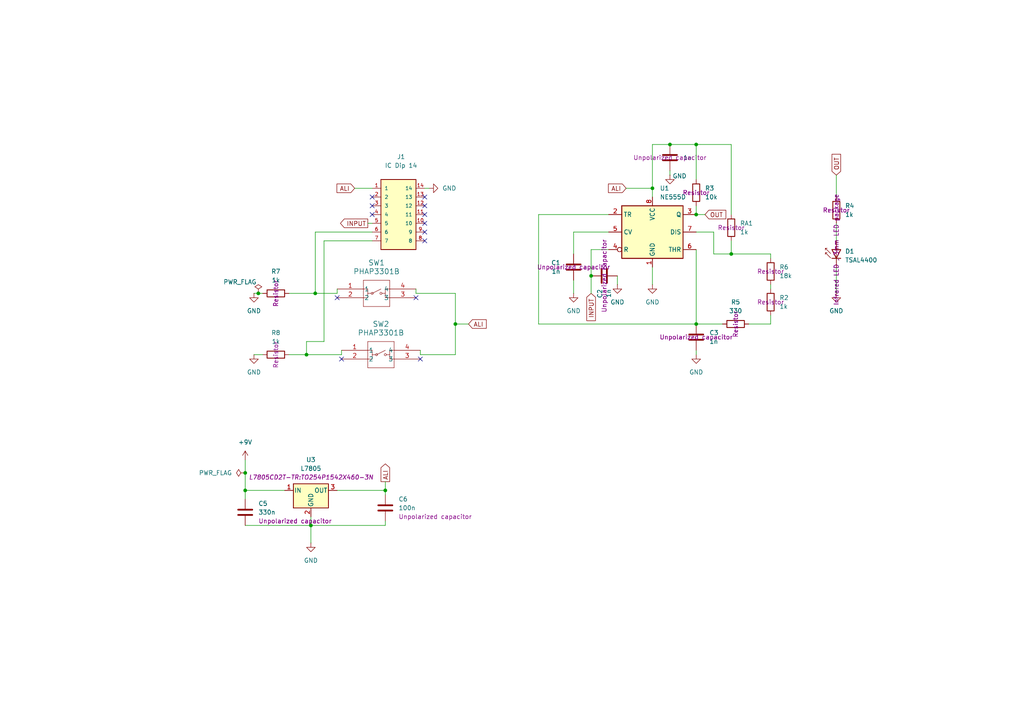
<source format=kicad_sch>
(kicad_sch
	(version 20250114)
	(generator "eeschema")
	(generator_version "9.0")
	(uuid "f3c917b1-aebb-45fd-bdb2-eca2b959c76d")
	(paper "A4")
	(lib_symbols
		(symbol "1-2199298-3:1-2199298-3"
			(pin_names
				(offset 1.016)
			)
			(exclude_from_sim no)
			(in_bom yes)
			(on_board yes)
			(property "Reference" "J"
				(at -5.3398 10.4254 0)
				(effects
					(font
						(size 1.27 1.27)
					)
					(justify left bottom)
				)
			)
			(property "Value" "1-2199298-3"
				(at -5.3416 -12.7182 0)
				(effects
					(font
						(size 1.27 1.27)
					)
					(justify left bottom)
				)
			)
			(property "Footprint" "1-2199298-3:DIPS762W60P254L1778H48N"
				(at 0 0 0)
				(effects
					(font
						(size 1.27 1.27)
					)
					(justify bottom)
					(hide yes)
				)
			)
			(property "Datasheet" ""
				(at 0 0 0)
				(effects
					(font
						(size 1.27 1.27)
					)
					(hide yes)
				)
			)
			(property "Description" ""
				(at 0 0 0)
				(effects
					(font
						(size 1.27 1.27)
					)
					(hide yes)
				)
			)
			(property "Check_prices" "https://www.snapeda.com/parts/1-2199298-3/TE+Connectivity+AMP+Connectors/view-part/?ref=eda"
				(at 0 0 0)
				(effects
					(font
						(size 1.27 1.27)
					)
					(justify bottom)
					(hide yes)
				)
			)
			(property "Package" "None"
				(at 0 0 0)
				(effects
					(font
						(size 1.27 1.27)
					)
					(justify bottom)
					(hide yes)
				)
			)
			(property "STANDARD" "Manufacturer Recommendaitons"
				(at 0 0 0)
				(effects
					(font
						(size 1.27 1.27)
					)
					(justify bottom)
					(hide yes)
				)
			)
			(property "PARTREV" "A"
				(at 0 0 0)
				(effects
					(font
						(size 1.27 1.27)
					)
					(justify bottom)
					(hide yes)
				)
			)
			(property "SnapEDA_Link" "https://www.snapeda.com/parts/1-2199298-3/TE+Connectivity+AMP+Connectors/view-part/?ref=snap"
				(at 0 0 0)
				(effects
					(font
						(size 1.27 1.27)
					)
					(justify bottom)
					(hide yes)
				)
			)
			(property "Number_of_Positions" "14"
				(at 0 0 0)
				(effects
					(font
						(size 1.27 1.27)
					)
					(justify bottom)
					(hide yes)
				)
			)
			(property "MANUFACTURER" "TE CONNECTIVITY"
				(at 0 0 0)
				(effects
					(font
						(size 1.27 1.27)
					)
					(justify bottom)
					(hide yes)
				)
			)
			(property "Comment" "1-2199298-3"
				(at 0 0 0)
				(effects
					(font
						(size 1.27 1.27)
					)
					(justify bottom)
					(hide yes)
				)
			)
			(property "MF" "TE Connectivity"
				(at 0 0 0)
				(effects
					(font
						(size 1.27 1.27)
					)
					(justify bottom)
					(hide yes)
				)
			)
			(property "Product_Type" "Socket"
				(at 0 0 0)
				(effects
					(font
						(size 1.27 1.27)
					)
					(justify bottom)
					(hide yes)
				)
			)
			(property "Description_1" "Dip Socket, Straight, Through-Hole, SKT, 14 Contacts, Tin, Diplomate DL Series | TE Connectivity 1-2199298-3"
				(at 0 0 0)
				(effects
					(font
						(size 1.27 1.27)
					)
					(justify bottom)
					(hide yes)
				)
			)
			(property "Price" "None"
				(at 0 0 0)
				(effects
					(font
						(size 1.27 1.27)
					)
					(justify bottom)
					(hide yes)
				)
			)
			(property "MP" "1-2199298-3"
				(at 0 0 0)
				(effects
					(font
						(size 1.27 1.27)
					)
					(justify bottom)
					(hide yes)
				)
			)
			(property "EU_RoHS_Compliance" "Compliant"
				(at 0 0 0)
				(effects
					(font
						(size 1.27 1.27)
					)
					(justify bottom)
					(hide yes)
				)
			)
			(property "Availability" "In Stock"
				(at 0 0 0)
				(effects
					(font
						(size 1.27 1.27)
					)
					(justify bottom)
					(hide yes)
				)
			)
			(property "Centerline_Pitch" "2.54 mm[.1 in]"
				(at 0 0 0)
				(effects
					(font
						(size 1.27 1.27)
					)
					(justify bottom)
					(hide yes)
				)
			)
			(symbol "1-2199298-3_0_0"
				(rectangle
					(start -5.08 -10.16)
					(end 5.08 10.16)
					(stroke
						(width 0.254)
						(type default)
					)
					(fill
						(type background)
					)
				)
				(pin passive line
					(at -7.62 7.62 0)
					(length 2.54)
					(name "1"
						(effects
							(font
								(size 1.016 1.016)
							)
						)
					)
					(number "1"
						(effects
							(font
								(size 1.016 1.016)
							)
						)
					)
				)
				(pin passive line
					(at -7.62 5.08 0)
					(length 2.54)
					(name "2"
						(effects
							(font
								(size 1.016 1.016)
							)
						)
					)
					(number "2"
						(effects
							(font
								(size 1.016 1.016)
							)
						)
					)
				)
				(pin passive line
					(at -7.62 2.54 0)
					(length 2.54)
					(name "3"
						(effects
							(font
								(size 1.016 1.016)
							)
						)
					)
					(number "3"
						(effects
							(font
								(size 1.016 1.016)
							)
						)
					)
				)
				(pin passive line
					(at -7.62 0 0)
					(length 2.54)
					(name "4"
						(effects
							(font
								(size 1.016 1.016)
							)
						)
					)
					(number "4"
						(effects
							(font
								(size 1.016 1.016)
							)
						)
					)
				)
				(pin passive line
					(at -7.62 -2.54 0)
					(length 2.54)
					(name "5"
						(effects
							(font
								(size 1.016 1.016)
							)
						)
					)
					(number "5"
						(effects
							(font
								(size 1.016 1.016)
							)
						)
					)
				)
				(pin passive line
					(at -7.62 -5.08 0)
					(length 2.54)
					(name "6"
						(effects
							(font
								(size 1.016 1.016)
							)
						)
					)
					(number "6"
						(effects
							(font
								(size 1.016 1.016)
							)
						)
					)
				)
				(pin passive line
					(at -7.62 -7.62 0)
					(length 2.54)
					(name "7"
						(effects
							(font
								(size 1.016 1.016)
							)
						)
					)
					(number "7"
						(effects
							(font
								(size 1.016 1.016)
							)
						)
					)
				)
				(pin passive line
					(at 7.62 7.62 180)
					(length 2.54)
					(name "14"
						(effects
							(font
								(size 1.016 1.016)
							)
						)
					)
					(number "14"
						(effects
							(font
								(size 1.016 1.016)
							)
						)
					)
				)
				(pin passive line
					(at 7.62 5.08 180)
					(length 2.54)
					(name "13"
						(effects
							(font
								(size 1.016 1.016)
							)
						)
					)
					(number "13"
						(effects
							(font
								(size 1.016 1.016)
							)
						)
					)
				)
				(pin passive line
					(at 7.62 2.54 180)
					(length 2.54)
					(name "12"
						(effects
							(font
								(size 1.016 1.016)
							)
						)
					)
					(number "12"
						(effects
							(font
								(size 1.016 1.016)
							)
						)
					)
				)
				(pin passive line
					(at 7.62 0 180)
					(length 2.54)
					(name "11"
						(effects
							(font
								(size 1.016 1.016)
							)
						)
					)
					(number "11"
						(effects
							(font
								(size 1.016 1.016)
							)
						)
					)
				)
				(pin passive line
					(at 7.62 -2.54 180)
					(length 2.54)
					(name "10"
						(effects
							(font
								(size 1.016 1.016)
							)
						)
					)
					(number "10"
						(effects
							(font
								(size 1.016 1.016)
							)
						)
					)
				)
				(pin passive line
					(at 7.62 -5.08 180)
					(length 2.54)
					(name "9"
						(effects
							(font
								(size 1.016 1.016)
							)
						)
					)
					(number "9"
						(effects
							(font
								(size 1.016 1.016)
							)
						)
					)
				)
				(pin passive line
					(at 7.62 -7.62 180)
					(length 2.54)
					(name "8"
						(effects
							(font
								(size 1.016 1.016)
							)
						)
					)
					(number "8"
						(effects
							(font
								(size 1.016 1.016)
							)
						)
					)
				)
			)
			(embedded_fonts no)
		)
		(symbol "2025-03-27_10-53-29:PHAP3301B"
			(pin_names
				(offset 0.254)
			)
			(exclude_from_sim no)
			(in_bom yes)
			(on_board yes)
			(property "Reference" "SW1"
				(at 11.43 7.62 0)
				(effects
					(font
						(size 1.524 1.524)
					)
				)
			)
			(property "Value" "PHAP3301B"
				(at 11.43 5.08 0)
				(effects
					(font
						(size 1.524 1.524)
					)
				)
			)
			(property "Footprint" "footprints:PHAP3301B_APM"
				(at 10.922 3.556 0)
				(effects
					(font
						(size 1.27 1.27)
						(italic yes)
					)
					(hide yes)
				)
			)
			(property "Datasheet" "PHAP3301B"
				(at 0 0 0)
				(effects
					(font
						(size 1.27 1.27)
						(italic yes)
					)
					(hide yes)
				)
			)
			(property "Description" ""
				(at 0 0 0)
				(effects
					(font
						(size 1.27 1.27)
					)
					(hide yes)
				)
			)
			(property "ki_locked" ""
				(at 0 0 0)
				(effects
					(font
						(size 1.27 1.27)
					)
				)
			)
			(property "ki_keywords" "PHAP3301B"
				(at 0 0 0)
				(effects
					(font
						(size 1.27 1.27)
					)
					(hide yes)
				)
			)
			(property "ki_fp_filters" "PHAP3301B_APM"
				(at 0 0 0)
				(effects
					(font
						(size 1.27 1.27)
					)
					(hide yes)
				)
			)
			(symbol "PHAP3301B_0_1"
				(polyline
					(pts
						(xy 7.62 2.54) (xy 7.62 -5.08)
					)
					(stroke
						(width 0.127)
						(type default)
					)
					(fill
						(type none)
					)
				)
				(polyline
					(pts
						(xy 7.62 0) (xy 8.89 0)
					)
					(stroke
						(width 0.127)
						(type default)
					)
					(fill
						(type none)
					)
				)
				(polyline
					(pts
						(xy 7.62 -5.08) (xy 15.24 -5.08)
					)
					(stroke
						(width 0.127)
						(type default)
					)
					(fill
						(type none)
					)
				)
				(polyline
					(pts
						(xy 8.89 0) (xy 8.89 -2.54)
					)
					(stroke
						(width 0.127)
						(type default)
					)
					(fill
						(type none)
					)
				)
				(polyline
					(pts
						(xy 8.89 -1.27) (xy 9.8425 -1.27)
					)
					(stroke
						(width 0.127)
						(type default)
					)
					(fill
						(type none)
					)
				)
				(polyline
					(pts
						(xy 8.89 -2.54) (xy 7.62 -2.54)
					)
					(stroke
						(width 0.127)
						(type default)
					)
					(fill
						(type none)
					)
				)
				(polyline
					(pts
						(xy 10.16 -1.27) (xy 12.7 0)
					)
					(stroke
						(width 0.127)
						(type default)
					)
					(fill
						(type none)
					)
				)
				(circle
					(center 10.16 -1.27)
					(radius 0.3048)
					(stroke
						(width 0.127)
						(type default)
					)
					(fill
						(type none)
					)
				)
				(circle
					(center 12.7 -1.27)
					(radius 0.3048)
					(stroke
						(width 0.127)
						(type default)
					)
					(fill
						(type none)
					)
				)
				(polyline
					(pts
						(xy 13.0175 -1.27) (xy 13.97 -1.27)
					)
					(stroke
						(width 0.127)
						(type default)
					)
					(fill
						(type none)
					)
				)
				(polyline
					(pts
						(xy 13.97 0) (xy 13.97 -2.54)
					)
					(stroke
						(width 0.127)
						(type default)
					)
					(fill
						(type none)
					)
				)
				(polyline
					(pts
						(xy 13.97 0) (xy 15.24 0)
					)
					(stroke
						(width 0.127)
						(type default)
					)
					(fill
						(type none)
					)
				)
				(polyline
					(pts
						(xy 13.97 -2.54) (xy 15.24 -2.54)
					)
					(stroke
						(width 0.127)
						(type default)
					)
					(fill
						(type none)
					)
				)
				(polyline
					(pts
						(xy 15.24 2.54) (xy 7.62 2.54)
					)
					(stroke
						(width 0.127)
						(type default)
					)
					(fill
						(type none)
					)
				)
				(polyline
					(pts
						(xy 15.24 -5.08) (xy 15.24 2.54)
					)
					(stroke
						(width 0.127)
						(type default)
					)
					(fill
						(type none)
					)
				)
				(pin unspecified line
					(at 22.86 -2.54 180)
					(length 7.62)
					(name "3"
						(effects
							(font
								(size 1.27 1.27)
							)
						)
					)
					(number "3"
						(effects
							(font
								(size 1.27 1.27)
							)
						)
					)
				)
			)
			(symbol "PHAP3301B_1_1"
				(pin output line
					(at 0 0 0)
					(length 7.62)
					(name "1"
						(effects
							(font
								(size 1.27 1.27)
							)
						)
					)
					(number "1"
						(effects
							(font
								(size 1.27 1.27)
							)
						)
					)
				)
				(pin unspecified line
					(at 0 -2.54 0)
					(length 7.62)
					(name "2"
						(effects
							(font
								(size 1.27 1.27)
							)
						)
					)
					(number "2"
						(effects
							(font
								(size 1.27 1.27)
							)
						)
					)
				)
				(pin power_in line
					(at 22.86 0 180)
					(length 7.62)
					(name "4"
						(effects
							(font
								(size 1.27 1.27)
							)
						)
					)
					(number "4"
						(effects
							(font
								(size 1.27 1.27)
							)
						)
					)
				)
			)
			(embedded_fonts no)
		)
		(symbol "Device:C"
			(pin_numbers
				(hide yes)
			)
			(pin_names
				(offset 0.254)
			)
			(exclude_from_sim no)
			(in_bom yes)
			(on_board yes)
			(property "Reference" "C"
				(at 0.635 2.54 0)
				(effects
					(font
						(size 1.27 1.27)
					)
					(justify left)
				)
			)
			(property "Value" "C"
				(at 0.635 -2.54 0)
				(effects
					(font
						(size 1.27 1.27)
					)
					(justify left)
				)
			)
			(property "Footprint" ""
				(at 0.9652 -3.81 0)
				(effects
					(font
						(size 1.27 1.27)
					)
					(hide yes)
				)
			)
			(property "Datasheet" "~"
				(at 0 0 0)
				(effects
					(font
						(size 1.27 1.27)
					)
					(hide yes)
				)
			)
			(property "Description" "Unpolarized capacitor"
				(at 0 0 0)
				(effects
					(font
						(size 1.27 1.27)
					)
					(hide yes)
				)
			)
			(property "ki_keywords" "cap capacitor"
				(at 0 0 0)
				(effects
					(font
						(size 1.27 1.27)
					)
					(hide yes)
				)
			)
			(property "ki_fp_filters" "C_*"
				(at 0 0 0)
				(effects
					(font
						(size 1.27 1.27)
					)
					(hide yes)
				)
			)
			(symbol "C_0_1"
				(polyline
					(pts
						(xy -2.032 0.762) (xy 2.032 0.762)
					)
					(stroke
						(width 0.508)
						(type default)
					)
					(fill
						(type none)
					)
				)
				(polyline
					(pts
						(xy -2.032 -0.762) (xy 2.032 -0.762)
					)
					(stroke
						(width 0.508)
						(type default)
					)
					(fill
						(type none)
					)
				)
			)
			(symbol "C_1_1"
				(pin passive line
					(at 0 3.81 270)
					(length 2.794)
					(name "~"
						(effects
							(font
								(size 1.27 1.27)
							)
						)
					)
					(number "1"
						(effects
							(font
								(size 1.27 1.27)
							)
						)
					)
				)
				(pin passive line
					(at 0 -3.81 90)
					(length 2.794)
					(name "~"
						(effects
							(font
								(size 1.27 1.27)
							)
						)
					)
					(number "2"
						(effects
							(font
								(size 1.27 1.27)
							)
						)
					)
				)
			)
			(embedded_fonts no)
		)
		(symbol "Device:R"
			(pin_numbers
				(hide yes)
			)
			(pin_names
				(offset 0)
			)
			(exclude_from_sim no)
			(in_bom yes)
			(on_board yes)
			(property "Reference" "R"
				(at 2.032 0 90)
				(effects
					(font
						(size 1.27 1.27)
					)
				)
			)
			(property "Value" "R"
				(at 0 0 90)
				(effects
					(font
						(size 1.27 1.27)
					)
				)
			)
			(property "Footprint" ""
				(at -1.778 0 90)
				(effects
					(font
						(size 1.27 1.27)
					)
					(hide yes)
				)
			)
			(property "Datasheet" "~"
				(at 0 0 0)
				(effects
					(font
						(size 1.27 1.27)
					)
					(hide yes)
				)
			)
			(property "Description" "Resistor"
				(at 0 0 0)
				(effects
					(font
						(size 1.27 1.27)
					)
					(hide yes)
				)
			)
			(property "ki_keywords" "R res resistor"
				(at 0 0 0)
				(effects
					(font
						(size 1.27 1.27)
					)
					(hide yes)
				)
			)
			(property "ki_fp_filters" "R_*"
				(at 0 0 0)
				(effects
					(font
						(size 1.27 1.27)
					)
					(hide yes)
				)
			)
			(symbol "R_0_1"
				(rectangle
					(start -1.016 -2.54)
					(end 1.016 2.54)
					(stroke
						(width 0.254)
						(type default)
					)
					(fill
						(type none)
					)
				)
			)
			(symbol "R_1_1"
				(pin passive line
					(at 0 3.81 270)
					(length 1.27)
					(name "~"
						(effects
							(font
								(size 1.27 1.27)
							)
						)
					)
					(number "1"
						(effects
							(font
								(size 1.27 1.27)
							)
						)
					)
				)
				(pin passive line
					(at 0 -3.81 90)
					(length 1.27)
					(name "~"
						(effects
							(font
								(size 1.27 1.27)
							)
						)
					)
					(number "2"
						(effects
							(font
								(size 1.27 1.27)
							)
						)
					)
				)
			)
			(embedded_fonts no)
		)
		(symbol "LED:TSAL4400"
			(pin_numbers
				(hide yes)
			)
			(pin_names
				(offset 1.016)
				(hide yes)
			)
			(exclude_from_sim no)
			(in_bom yes)
			(on_board yes)
			(property "Reference" "D"
				(at 0.508 1.778 0)
				(effects
					(font
						(size 1.27 1.27)
					)
					(justify left)
				)
			)
			(property "Value" "TSAL4400"
				(at -1.016 -2.794 0)
				(effects
					(font
						(size 1.27 1.27)
					)
				)
			)
			(property "Footprint" "LED_THT:LED_D3.0mm_IRBlack"
				(at 0 4.445 0)
				(effects
					(font
						(size 1.27 1.27)
					)
					(hide yes)
				)
			)
			(property "Datasheet" "http://www.vishay.com/docs/81006/tsal4400.pdf"
				(at -1.27 0 0)
				(effects
					(font
						(size 1.27 1.27)
					)
					(hide yes)
				)
			)
			(property "Description" "Infrared LED , 3mm LED package"
				(at 0 0 0)
				(effects
					(font
						(size 1.27 1.27)
					)
					(hide yes)
				)
			)
			(property "ki_keywords" "opto IR LED"
				(at 0 0 0)
				(effects
					(font
						(size 1.27 1.27)
					)
					(hide yes)
				)
			)
			(property "ki_fp_filters" "LED*3.0mm*IRBlack*"
				(at 0 0 0)
				(effects
					(font
						(size 1.27 1.27)
					)
					(hide yes)
				)
			)
			(symbol "TSAL4400_0_1"
				(polyline
					(pts
						(xy -2.54 1.27) (xy -2.54 -1.27)
					)
					(stroke
						(width 0.254)
						(type default)
					)
					(fill
						(type none)
					)
				)
				(polyline
					(pts
						(xy -2.413 1.651) (xy -0.889 3.175) (xy -0.889 2.667) (xy -0.889 3.175) (xy -1.397 3.175)
					)
					(stroke
						(width 0)
						(type default)
					)
					(fill
						(type none)
					)
				)
				(polyline
					(pts
						(xy -1.143 1.651) (xy 0.381 3.175) (xy 0.381 2.667)
					)
					(stroke
						(width 0)
						(type default)
					)
					(fill
						(type none)
					)
				)
				(polyline
					(pts
						(xy 0 1.27) (xy -2.54 0) (xy 0 -1.27) (xy 0 1.27)
					)
					(stroke
						(width 0.254)
						(type default)
					)
					(fill
						(type none)
					)
				)
				(polyline
					(pts
						(xy 0 0) (xy -2.54 0)
					)
					(stroke
						(width 0)
						(type default)
					)
					(fill
						(type none)
					)
				)
				(polyline
					(pts
						(xy 0.381 3.175) (xy -0.127 3.175)
					)
					(stroke
						(width 0)
						(type default)
					)
					(fill
						(type none)
					)
				)
			)
			(symbol "TSAL4400_1_1"
				(pin passive line
					(at -5.08 0 0)
					(length 2.54)
					(name "K"
						(effects
							(font
								(size 1.27 1.27)
							)
						)
					)
					(number "1"
						(effects
							(font
								(size 1.27 1.27)
							)
						)
					)
				)
				(pin passive line
					(at 2.54 0 180)
					(length 2.54)
					(name "A"
						(effects
							(font
								(size 1.27 1.27)
							)
						)
					)
					(number "2"
						(effects
							(font
								(size 1.27 1.27)
							)
						)
					)
				)
			)
			(embedded_fonts no)
		)
		(symbol "PHAP3301B_1"
			(pin_names
				(offset 0.254)
			)
			(exclude_from_sim no)
			(in_bom yes)
			(on_board yes)
			(property "Reference" "SW2"
				(at 11.43 7.62 0)
				(effects
					(font
						(size 1.524 1.524)
					)
				)
			)
			(property "Value" "PHAP3301B"
				(at 11.43 5.08 0)
				(effects
					(font
						(size 1.524 1.524)
					)
				)
			)
			(property "Footprint" "footprints:PHAP3301B_APM"
				(at 10.922 3.556 0)
				(effects
					(font
						(size 1.27 1.27)
						(italic yes)
					)
					(hide yes)
				)
			)
			(property "Datasheet" "PHAP3301B"
				(at 0 0 0)
				(effects
					(font
						(size 1.27 1.27)
						(italic yes)
					)
					(hide yes)
				)
			)
			(property "Description" ""
				(at 0 0 0)
				(effects
					(font
						(size 1.27 1.27)
					)
					(hide yes)
				)
			)
			(property "ki_locked" ""
				(at 0 0 0)
				(effects
					(font
						(size 1.27 1.27)
					)
				)
			)
			(property "ki_keywords" "PHAP3301B"
				(at 0 0 0)
				(effects
					(font
						(size 1.27 1.27)
					)
					(hide yes)
				)
			)
			(property "ki_fp_filters" "PHAP3301B_APM"
				(at 0 0 0)
				(effects
					(font
						(size 1.27 1.27)
					)
					(hide yes)
				)
			)
			(symbol "PHAP3301B_1_0_1"
				(polyline
					(pts
						(xy 7.62 2.54) (xy 7.62 -5.08)
					)
					(stroke
						(width 0.127)
						(type default)
					)
					(fill
						(type none)
					)
				)
				(polyline
					(pts
						(xy 7.62 0) (xy 8.89 0)
					)
					(stroke
						(width 0.127)
						(type default)
					)
					(fill
						(type none)
					)
				)
				(polyline
					(pts
						(xy 7.62 -5.08) (xy 15.24 -5.08)
					)
					(stroke
						(width 0.127)
						(type default)
					)
					(fill
						(type none)
					)
				)
				(polyline
					(pts
						(xy 8.89 0) (xy 8.89 -2.54)
					)
					(stroke
						(width 0.127)
						(type default)
					)
					(fill
						(type none)
					)
				)
				(polyline
					(pts
						(xy 8.89 -1.27) (xy 9.8425 -1.27)
					)
					(stroke
						(width 0.127)
						(type default)
					)
					(fill
						(type none)
					)
				)
				(polyline
					(pts
						(xy 8.89 -2.54) (xy 7.62 -2.54)
					)
					(stroke
						(width 0.127)
						(type default)
					)
					(fill
						(type none)
					)
				)
				(polyline
					(pts
						(xy 10.16 -1.27) (xy 12.7 0)
					)
					(stroke
						(width 0.127)
						(type default)
					)
					(fill
						(type none)
					)
				)
				(circle
					(center 10.16 -1.27)
					(radius 0.3048)
					(stroke
						(width 0.127)
						(type default)
					)
					(fill
						(type none)
					)
				)
				(circle
					(center 12.7 -1.27)
					(radius 0.3048)
					(stroke
						(width 0.127)
						(type default)
					)
					(fill
						(type none)
					)
				)
				(polyline
					(pts
						(xy 13.0175 -1.27) (xy 13.97 -1.27)
					)
					(stroke
						(width 0.127)
						(type default)
					)
					(fill
						(type none)
					)
				)
				(polyline
					(pts
						(xy 13.97 0) (xy 13.97 -2.54)
					)
					(stroke
						(width 0.127)
						(type default)
					)
					(fill
						(type none)
					)
				)
				(polyline
					(pts
						(xy 13.97 0) (xy 15.24 0)
					)
					(stroke
						(width 0.127)
						(type default)
					)
					(fill
						(type none)
					)
				)
				(polyline
					(pts
						(xy 13.97 -2.54) (xy 15.24 -2.54)
					)
					(stroke
						(width 0.127)
						(type default)
					)
					(fill
						(type none)
					)
				)
				(polyline
					(pts
						(xy 15.24 2.54) (xy 7.62 2.54)
					)
					(stroke
						(width 0.127)
						(type default)
					)
					(fill
						(type none)
					)
				)
				(polyline
					(pts
						(xy 15.24 -5.08) (xy 15.24 2.54)
					)
					(stroke
						(width 0.127)
						(type default)
					)
					(fill
						(type none)
					)
				)
			)
			(symbol "PHAP3301B_1_1_1"
				(pin output line
					(at 0 0 0)
					(length 7.62)
					(name "1"
						(effects
							(font
								(size 1.27 1.27)
							)
						)
					)
					(number "1"
						(effects
							(font
								(size 1.27 1.27)
							)
						)
					)
				)
				(pin unspecified line
					(at 0 -2.54 0)
					(length 7.62)
					(name "2"
						(effects
							(font
								(size 1.27 1.27)
							)
						)
					)
					(number "2"
						(effects
							(font
								(size 1.27 1.27)
							)
						)
					)
				)
				(pin power_in line
					(at 22.86 0 180)
					(length 7.62)
					(name "4"
						(effects
							(font
								(size 1.27 1.27)
							)
						)
					)
					(number "4"
						(effects
							(font
								(size 1.27 1.27)
							)
						)
					)
				)
				(pin unspecified line
					(at 22.86 -2.54 180)
					(length 7.62)
					(name "3"
						(effects
							(font
								(size 1.27 1.27)
							)
						)
					)
					(number "3"
						(effects
							(font
								(size 1.27 1.27)
							)
						)
					)
				)
			)
			(embedded_fonts no)
		)
		(symbol "Regulator_Linear:L7805"
			(pin_names
				(offset 0.254)
			)
			(exclude_from_sim no)
			(in_bom yes)
			(on_board yes)
			(property "Reference" "U"
				(at -3.81 3.175 0)
				(effects
					(font
						(size 1.27 1.27)
					)
				)
			)
			(property "Value" "L7805"
				(at 0 3.175 0)
				(effects
					(font
						(size 1.27 1.27)
					)
					(justify left)
				)
			)
			(property "Footprint" ""
				(at 0.635 -3.81 0)
				(effects
					(font
						(size 1.27 1.27)
						(italic yes)
					)
					(justify left)
					(hide yes)
				)
			)
			(property "Datasheet" "http://www.st.com/content/ccc/resource/technical/document/datasheet/41/4f/b3/b0/12/d4/47/88/CD00000444.pdf/files/CD00000444.pdf/jcr:content/translations/en.CD00000444.pdf"
				(at 0 -1.27 0)
				(effects
					(font
						(size 1.27 1.27)
					)
					(hide yes)
				)
			)
			(property "Description" "Positive 1.5A 35V Linear Regulator, Fixed Output 5V, TO-220/TO-263/TO-252"
				(at 0 0 0)
				(effects
					(font
						(size 1.27 1.27)
					)
					(hide yes)
				)
			)
			(property "ki_keywords" "Voltage Regulator 1.5A Positive"
				(at 0 0 0)
				(effects
					(font
						(size 1.27 1.27)
					)
					(hide yes)
				)
			)
			(property "ki_fp_filters" "TO?252* TO?263* TO?220*"
				(at 0 0 0)
				(effects
					(font
						(size 1.27 1.27)
					)
					(hide yes)
				)
			)
			(symbol "L7805_0_1"
				(rectangle
					(start -5.08 1.905)
					(end 5.08 -5.08)
					(stroke
						(width 0.254)
						(type default)
					)
					(fill
						(type background)
					)
				)
			)
			(symbol "L7805_1_1"
				(pin power_in line
					(at -7.62 0 0)
					(length 2.54)
					(name "IN"
						(effects
							(font
								(size 1.27 1.27)
							)
						)
					)
					(number "1"
						(effects
							(font
								(size 1.27 1.27)
							)
						)
					)
				)
				(pin power_in line
					(at 0 -7.62 90)
					(length 2.54)
					(name "GND"
						(effects
							(font
								(size 1.27 1.27)
							)
						)
					)
					(number "2"
						(effects
							(font
								(size 1.27 1.27)
							)
						)
					)
				)
				(pin power_out line
					(at 7.62 0 180)
					(length 2.54)
					(name "OUT"
						(effects
							(font
								(size 1.27 1.27)
							)
						)
					)
					(number "3"
						(effects
							(font
								(size 1.27 1.27)
							)
						)
					)
				)
			)
			(embedded_fonts no)
		)
		(symbol "Timer:NE555D"
			(exclude_from_sim no)
			(in_bom yes)
			(on_board yes)
			(property "Reference" "U"
				(at -10.16 8.89 0)
				(effects
					(font
						(size 1.27 1.27)
					)
					(justify left)
				)
			)
			(property "Value" "NE555D"
				(at 2.54 8.89 0)
				(effects
					(font
						(size 1.27 1.27)
					)
					(justify left)
				)
			)
			(property "Footprint" "Package_SO:SOIC-8_3.9x4.9mm_P1.27mm"
				(at 21.59 -10.16 0)
				(effects
					(font
						(size 1.27 1.27)
					)
					(hide yes)
				)
			)
			(property "Datasheet" "http://www.ti.com/lit/ds/symlink/ne555.pdf"
				(at 21.59 -10.16 0)
				(effects
					(font
						(size 1.27 1.27)
					)
					(hide yes)
				)
			)
			(property "Description" "Precision Timers, 555 compatible, SOIC-8"
				(at 0 0 0)
				(effects
					(font
						(size 1.27 1.27)
					)
					(hide yes)
				)
			)
			(property "ki_keywords" "single timer 555"
				(at 0 0 0)
				(effects
					(font
						(size 1.27 1.27)
					)
					(hide yes)
				)
			)
			(property "ki_fp_filters" "SOIC*3.9x4.9mm*P1.27mm*"
				(at 0 0 0)
				(effects
					(font
						(size 1.27 1.27)
					)
					(hide yes)
				)
			)
			(symbol "NE555D_0_0"
				(pin power_in line
					(at 0 10.16 270)
					(length 2.54)
					(name "VCC"
						(effects
							(font
								(size 1.27 1.27)
							)
						)
					)
					(number "8"
						(effects
							(font
								(size 1.27 1.27)
							)
						)
					)
				)
				(pin power_in line
					(at 0 -10.16 90)
					(length 2.54)
					(name "GND"
						(effects
							(font
								(size 1.27 1.27)
							)
						)
					)
					(number "1"
						(effects
							(font
								(size 1.27 1.27)
							)
						)
					)
				)
			)
			(symbol "NE555D_0_1"
				(rectangle
					(start -8.89 -7.62)
					(end 8.89 7.62)
					(stroke
						(width 0.254)
						(type default)
					)
					(fill
						(type background)
					)
				)
				(rectangle
					(start -8.89 -7.62)
					(end 8.89 7.62)
					(stroke
						(width 0.254)
						(type default)
					)
					(fill
						(type background)
					)
				)
			)
			(symbol "NE555D_1_1"
				(pin input line
					(at -12.7 5.08 0)
					(length 3.81)
					(name "TR"
						(effects
							(font
								(size 1.27 1.27)
							)
						)
					)
					(number "2"
						(effects
							(font
								(size 1.27 1.27)
							)
						)
					)
				)
				(pin input line
					(at -12.7 0 0)
					(length 3.81)
					(name "CV"
						(effects
							(font
								(size 1.27 1.27)
							)
						)
					)
					(number "5"
						(effects
							(font
								(size 1.27 1.27)
							)
						)
					)
				)
				(pin input inverted
					(at -12.7 -5.08 0)
					(length 3.81)
					(name "R"
						(effects
							(font
								(size 1.27 1.27)
							)
						)
					)
					(number "4"
						(effects
							(font
								(size 1.27 1.27)
							)
						)
					)
				)
				(pin output line
					(at 12.7 5.08 180)
					(length 3.81)
					(name "Q"
						(effects
							(font
								(size 1.27 1.27)
							)
						)
					)
					(number "3"
						(effects
							(font
								(size 1.27 1.27)
							)
						)
					)
				)
				(pin input line
					(at 12.7 0 180)
					(length 3.81)
					(name "DIS"
						(effects
							(font
								(size 1.27 1.27)
							)
						)
					)
					(number "7"
						(effects
							(font
								(size 1.27 1.27)
							)
						)
					)
				)
				(pin input line
					(at 12.7 -5.08 180)
					(length 3.81)
					(name "THR"
						(effects
							(font
								(size 1.27 1.27)
							)
						)
					)
					(number "6"
						(effects
							(font
								(size 1.27 1.27)
							)
						)
					)
				)
			)
			(embedded_fonts no)
		)
		(symbol "power:+9V"
			(power)
			(pin_numbers
				(hide yes)
			)
			(pin_names
				(offset 0)
				(hide yes)
			)
			(exclude_from_sim no)
			(in_bom yes)
			(on_board yes)
			(property "Reference" "#PWR"
				(at 0 -3.81 0)
				(effects
					(font
						(size 1.27 1.27)
					)
					(hide yes)
				)
			)
			(property "Value" "+9V"
				(at 0 3.556 0)
				(effects
					(font
						(size 1.27 1.27)
					)
				)
			)
			(property "Footprint" ""
				(at 0 0 0)
				(effects
					(font
						(size 1.27 1.27)
					)
					(hide yes)
				)
			)
			(property "Datasheet" ""
				(at 0 0 0)
				(effects
					(font
						(size 1.27 1.27)
					)
					(hide yes)
				)
			)
			(property "Description" "Power symbol creates a global label with name \"+9V\""
				(at 0 0 0)
				(effects
					(font
						(size 1.27 1.27)
					)
					(hide yes)
				)
			)
			(property "ki_keywords" "global power"
				(at 0 0 0)
				(effects
					(font
						(size 1.27 1.27)
					)
					(hide yes)
				)
			)
			(symbol "+9V_0_1"
				(polyline
					(pts
						(xy -0.762 1.27) (xy 0 2.54)
					)
					(stroke
						(width 0)
						(type default)
					)
					(fill
						(type none)
					)
				)
				(polyline
					(pts
						(xy 0 2.54) (xy 0.762 1.27)
					)
					(stroke
						(width 0)
						(type default)
					)
					(fill
						(type none)
					)
				)
				(polyline
					(pts
						(xy 0 0) (xy 0 2.54)
					)
					(stroke
						(width 0)
						(type default)
					)
					(fill
						(type none)
					)
				)
			)
			(symbol "+9V_1_1"
				(pin power_in line
					(at 0 0 90)
					(length 0)
					(name "~"
						(effects
							(font
								(size 1.27 1.27)
							)
						)
					)
					(number "1"
						(effects
							(font
								(size 1.27 1.27)
							)
						)
					)
				)
			)
			(embedded_fonts no)
		)
		(symbol "power:GND"
			(power)
			(pin_numbers
				(hide yes)
			)
			(pin_names
				(offset 0)
				(hide yes)
			)
			(exclude_from_sim no)
			(in_bom yes)
			(on_board yes)
			(property "Reference" "#PWR"
				(at 0 -6.35 0)
				(effects
					(font
						(size 1.27 1.27)
					)
					(hide yes)
				)
			)
			(property "Value" "GND"
				(at 0 -3.81 0)
				(effects
					(font
						(size 1.27 1.27)
					)
				)
			)
			(property "Footprint" ""
				(at 0 0 0)
				(effects
					(font
						(size 1.27 1.27)
					)
					(hide yes)
				)
			)
			(property "Datasheet" ""
				(at 0 0 0)
				(effects
					(font
						(size 1.27 1.27)
					)
					(hide yes)
				)
			)
			(property "Description" "Power symbol creates a global label with name \"GND\" , ground"
				(at 0 0 0)
				(effects
					(font
						(size 1.27 1.27)
					)
					(hide yes)
				)
			)
			(property "ki_keywords" "global power"
				(at 0 0 0)
				(effects
					(font
						(size 1.27 1.27)
					)
					(hide yes)
				)
			)
			(symbol "GND_0_1"
				(polyline
					(pts
						(xy 0 0) (xy 0 -1.27) (xy 1.27 -1.27) (xy 0 -2.54) (xy -1.27 -1.27) (xy 0 -1.27)
					)
					(stroke
						(width 0)
						(type default)
					)
					(fill
						(type none)
					)
				)
			)
			(symbol "GND_1_1"
				(pin power_in line
					(at 0 0 270)
					(length 0)
					(name "~"
						(effects
							(font
								(size 1.27 1.27)
							)
						)
					)
					(number "1"
						(effects
							(font
								(size 1.27 1.27)
							)
						)
					)
				)
			)
			(embedded_fonts no)
		)
		(symbol "power:PWR_FLAG"
			(power)
			(pin_numbers
				(hide yes)
			)
			(pin_names
				(offset 0)
				(hide yes)
			)
			(exclude_from_sim no)
			(in_bom yes)
			(on_board yes)
			(property "Reference" "#FLG"
				(at 0 1.905 0)
				(effects
					(font
						(size 1.27 1.27)
					)
					(hide yes)
				)
			)
			(property "Value" "PWR_FLAG"
				(at 0 3.81 0)
				(effects
					(font
						(size 1.27 1.27)
					)
				)
			)
			(property "Footprint" ""
				(at 0 0 0)
				(effects
					(font
						(size 1.27 1.27)
					)
					(hide yes)
				)
			)
			(property "Datasheet" "~"
				(at 0 0 0)
				(effects
					(font
						(size 1.27 1.27)
					)
					(hide yes)
				)
			)
			(property "Description" "Special symbol for telling ERC where power comes from"
				(at 0 0 0)
				(effects
					(font
						(size 1.27 1.27)
					)
					(hide yes)
				)
			)
			(property "ki_keywords" "flag power"
				(at 0 0 0)
				(effects
					(font
						(size 1.27 1.27)
					)
					(hide yes)
				)
			)
			(symbol "PWR_FLAG_0_0"
				(pin power_out line
					(at 0 0 90)
					(length 0)
					(name "~"
						(effects
							(font
								(size 1.27 1.27)
							)
						)
					)
					(number "1"
						(effects
							(font
								(size 1.27 1.27)
							)
						)
					)
				)
			)
			(symbol "PWR_FLAG_0_1"
				(polyline
					(pts
						(xy 0 0) (xy 0 1.27) (xy -1.016 1.905) (xy 0 2.54) (xy 1.016 1.905) (xy 0 1.27)
					)
					(stroke
						(width 0)
						(type default)
					)
					(fill
						(type none)
					)
				)
			)
			(embedded_fonts no)
		)
	)
	(junction
		(at 171.45 80.01)
		(diameter 0)
		(color 0 0 0 0)
		(uuid "14862043-61aa-485a-bc75-3b5d67b1ef09")
	)
	(junction
		(at 71.12 137.16)
		(diameter 0)
		(color 0 0 0 0)
		(uuid "1650b228-a9c1-4c7d-946f-287982e2a97f")
	)
	(junction
		(at 74.93 85.09)
		(diameter 0)
		(color 0 0 0 0)
		(uuid "26c3183a-d563-4367-9598-6da6304583cd")
	)
	(junction
		(at 71.12 142.24)
		(diameter 0)
		(color 0 0 0 0)
		(uuid "2edec003-42f7-4851-a888-e6d2d6eaadae")
	)
	(junction
		(at 132.08 93.98)
		(diameter 0)
		(color 0 0 0 0)
		(uuid "35a9facc-03d2-4676-82e7-e244babe1aef")
	)
	(junction
		(at 212.09 73.66)
		(diameter 0)
		(color 0 0 0 0)
		(uuid "4951d856-8b11-4cb8-98fa-366ccb7de199")
	)
	(junction
		(at 194.31 41.91)
		(diameter 0)
		(color 0 0 0 0)
		(uuid "4d67b4ee-37c6-403f-8051-d6f121e42834")
	)
	(junction
		(at 91.44 85.09)
		(diameter 0)
		(color 0 0 0 0)
		(uuid "9f665318-425a-401c-b8af-f9dd4c8cca5d")
	)
	(junction
		(at 201.93 41.91)
		(diameter 0)
		(color 0 0 0 0)
		(uuid "9f75dd57-18f6-4a20-93fd-3ac51fd29e62")
	)
	(junction
		(at 201.93 62.23)
		(diameter 0)
		(color 0 0 0 0)
		(uuid "ab6cda08-0ab5-4fe3-8329-4ad9b0f6abe3")
	)
	(junction
		(at 189.23 54.61)
		(diameter 0)
		(color 0 0 0 0)
		(uuid "cfaa4a97-64ac-416d-a864-4fe5882b8a2d")
	)
	(junction
		(at 201.93 93.98)
		(diameter 0)
		(color 0 0 0 0)
		(uuid "d2391b60-351c-4671-89a6-ddbf88de7a52")
	)
	(junction
		(at 111.76 142.24)
		(diameter 0)
		(color 0 0 0 0)
		(uuid "e43f5d25-39dc-436a-9754-ce24b1ea976c")
	)
	(junction
		(at 88.9 102.87)
		(diameter 0)
		(color 0 0 0 0)
		(uuid "f05071fb-0954-41ec-b2c2-ddb7ccb57502")
	)
	(junction
		(at 90.17 152.4)
		(diameter 0)
		(color 0 0 0 0)
		(uuid "f8a277b0-2c1a-48bd-bc16-70bf2da57ad4")
	)
	(no_connect
		(at 107.95 57.15)
		(uuid "1275f12a-27cf-40bc-beb5-1bfe5ef4e2ba")
	)
	(no_connect
		(at 107.95 59.69)
		(uuid "1aec1292-c86d-4786-aec6-56ee9f2fa7b4")
	)
	(no_connect
		(at 123.19 64.77)
		(uuid "1cd3bc89-b649-466a-b9e5-5e492e94a6ad")
	)
	(no_connect
		(at 123.19 59.69)
		(uuid "1f3ff783-65c6-4a63-ae2c-da4f16611698")
	)
	(no_connect
		(at 120.65 86.36)
		(uuid "396ebdf4-2856-428d-95c1-ad7093032ae3")
	)
	(no_connect
		(at 121.92 104.14)
		(uuid "53fc8ce3-a435-42a6-bfa5-edaa9f16bc83")
	)
	(no_connect
		(at 123.19 67.31)
		(uuid "64f048a2-a2ac-43bf-871a-08052cd111c6")
	)
	(no_connect
		(at 123.19 57.15)
		(uuid "8261f507-b944-4006-bf66-db866da89360")
	)
	(no_connect
		(at 107.95 62.23)
		(uuid "a5b215a2-04a6-4c12-abea-2c72d6856e6a")
	)
	(no_connect
		(at 123.19 69.85)
		(uuid "b01676e8-73cd-4d56-a9a7-f67f9b93f606")
	)
	(no_connect
		(at 123.19 62.23)
		(uuid "b9d6906e-239a-41d6-afaf-f0962266818e")
	)
	(no_connect
		(at 99.06 104.14)
		(uuid "dab469c0-99a5-4599-96c6-0e30807ba456")
	)
	(no_connect
		(at 97.79 86.36)
		(uuid "ea0dcdab-4edd-444c-b8a5-db5e30301c43")
	)
	(wire
		(pts
			(xy 132.08 85.09) (xy 132.08 93.98)
		)
		(stroke
			(width 0)
			(type default)
		)
		(uuid "0131a74a-dc9e-4af1-abfd-0d691789192d")
	)
	(wire
		(pts
			(xy 194.31 49.53) (xy 194.31 50.8)
		)
		(stroke
			(width 0)
			(type default)
		)
		(uuid "01ed622c-a304-4962-84e0-f5436846ede4")
	)
	(wire
		(pts
			(xy 91.44 67.31) (xy 107.95 67.31)
		)
		(stroke
			(width 0)
			(type default)
		)
		(uuid "0328eac2-e4a1-4817-a67a-32f49ef236a4")
	)
	(wire
		(pts
			(xy 189.23 77.47) (xy 189.23 82.55)
		)
		(stroke
			(width 0)
			(type default)
		)
		(uuid "06dbb918-3033-47b0-a2e8-c667b36b9613")
	)
	(wire
		(pts
			(xy 166.37 67.31) (xy 166.37 73.66)
		)
		(stroke
			(width 0)
			(type default)
		)
		(uuid "06ee231a-61f5-42bb-ab2a-262c5b55fb93")
	)
	(wire
		(pts
			(xy 201.93 101.6) (xy 201.93 102.87)
		)
		(stroke
			(width 0)
			(type default)
		)
		(uuid "080f2abd-5943-48cf-8cd3-e7e8c4c7e6d0")
	)
	(wire
		(pts
			(xy 120.65 85.09) (xy 132.08 85.09)
		)
		(stroke
			(width 0)
			(type default)
		)
		(uuid "09c3b6b8-5f9a-4d2b-8027-5b672f973024")
	)
	(wire
		(pts
			(xy 212.09 41.91) (xy 201.93 41.91)
		)
		(stroke
			(width 0)
			(type default)
		)
		(uuid "0da2632b-efa7-4cad-a955-d4a7303af75e")
	)
	(wire
		(pts
			(xy 176.53 67.31) (xy 166.37 67.31)
		)
		(stroke
			(width 0)
			(type default)
		)
		(uuid "0f7d4206-cf12-44ef-9955-feae6e471da9")
	)
	(wire
		(pts
			(xy 121.92 102.87) (xy 132.08 102.87)
		)
		(stroke
			(width 0)
			(type default)
		)
		(uuid "129ce70b-58b3-4ca1-8076-18db247f02bc")
	)
	(wire
		(pts
			(xy 120.65 85.09) (xy 120.65 83.82)
		)
		(stroke
			(width 0)
			(type default)
		)
		(uuid "15a5969a-f91d-4fdb-bdf3-9ddaebfd92c3")
	)
	(wire
		(pts
			(xy 181.61 54.61) (xy 189.23 54.61)
		)
		(stroke
			(width 0)
			(type default)
		)
		(uuid "1a76467a-0919-4c53-9285-2d9038209dbe")
	)
	(wire
		(pts
			(xy 132.08 93.98) (xy 132.08 102.87)
		)
		(stroke
			(width 0)
			(type default)
		)
		(uuid "1b0af8e9-37bd-4c5a-b98d-7ba346aa336c")
	)
	(wire
		(pts
			(xy 207.01 73.66) (xy 212.09 73.66)
		)
		(stroke
			(width 0)
			(type default)
		)
		(uuid "1b36bd7e-89dd-4ce5-9a7a-497e13486a70")
	)
	(wire
		(pts
			(xy 242.57 64.77) (xy 242.57 69.85)
		)
		(stroke
			(width 0)
			(type default)
		)
		(uuid "21d0ac2d-b71d-4481-98ab-b537f7aedd98")
	)
	(wire
		(pts
			(xy 123.19 54.61) (xy 124.46 54.61)
		)
		(stroke
			(width 0)
			(type default)
		)
		(uuid "23240803-195c-41b8-b994-332023fe5d61")
	)
	(wire
		(pts
			(xy 223.52 73.66) (xy 223.52 74.93)
		)
		(stroke
			(width 0)
			(type default)
		)
		(uuid "23baadd7-ce33-417b-a32a-a4ea720f1c2c")
	)
	(wire
		(pts
			(xy 176.53 72.39) (xy 171.45 72.39)
		)
		(stroke
			(width 0)
			(type default)
		)
		(uuid "2be7b162-7e41-4ccd-b9e6-1a0c8f438bce")
	)
	(wire
		(pts
			(xy 156.21 62.23) (xy 156.21 93.98)
		)
		(stroke
			(width 0)
			(type default)
		)
		(uuid "2e174764-be6c-4940-9dc7-c5156769bd0f")
	)
	(wire
		(pts
			(xy 71.12 137.16) (xy 71.12 142.24)
		)
		(stroke
			(width 0)
			(type default)
		)
		(uuid "2e1d27bc-b9d9-435e-95b4-be0afab389ca")
	)
	(wire
		(pts
			(xy 201.93 41.91) (xy 194.31 41.91)
		)
		(stroke
			(width 0)
			(type default)
		)
		(uuid "2f0d0f24-555a-437f-8b89-794bf5f71b32")
	)
	(wire
		(pts
			(xy 93.98 69.85) (xy 93.98 99.06)
		)
		(stroke
			(width 0)
			(type default)
		)
		(uuid "31c5ea72-59c9-435c-a8a7-9f5648cb92c6")
	)
	(wire
		(pts
			(xy 97.79 83.82) (xy 97.79 85.09)
		)
		(stroke
			(width 0)
			(type default)
		)
		(uuid "328f2100-a259-4ebb-8355-eac3642a5b22")
	)
	(wire
		(pts
			(xy 201.93 41.91) (xy 201.93 52.07)
		)
		(stroke
			(width 0)
			(type default)
		)
		(uuid "35ef3d29-3ae5-49dc-ab33-6c38230a1d26")
	)
	(wire
		(pts
			(xy 217.17 93.98) (xy 223.52 93.98)
		)
		(stroke
			(width 0)
			(type default)
		)
		(uuid "3c0d0dab-0ea3-457a-b1b9-8cef84cdd37c")
	)
	(wire
		(pts
			(xy 201.93 93.98) (xy 201.93 72.39)
		)
		(stroke
			(width 0)
			(type default)
		)
		(uuid "3cb4fd5e-b7d9-4fe5-a8db-2cbb28262c0c")
	)
	(wire
		(pts
			(xy 88.9 102.87) (xy 99.06 102.87)
		)
		(stroke
			(width 0)
			(type default)
		)
		(uuid "42f8723e-57b2-4b67-a203-d833f495136d")
	)
	(wire
		(pts
			(xy 73.66 85.09) (xy 74.93 85.09)
		)
		(stroke
			(width 0)
			(type default)
		)
		(uuid "43bc6ef5-0452-435b-ab6d-cc26819fe46e")
	)
	(wire
		(pts
			(xy 93.98 99.06) (xy 88.9 99.06)
		)
		(stroke
			(width 0)
			(type default)
		)
		(uuid "4a4c5ad6-5f2e-4c16-8bea-07017096470a")
	)
	(wire
		(pts
			(xy 212.09 62.23) (xy 212.09 41.91)
		)
		(stroke
			(width 0)
			(type default)
		)
		(uuid "4ec9529a-b82d-48aa-871c-06fcd071a152")
	)
	(wire
		(pts
			(xy 71.12 152.4) (xy 90.17 152.4)
		)
		(stroke
			(width 0)
			(type default)
		)
		(uuid "4f3dd6f7-4fb9-4fe0-9067-be7f4275179f")
	)
	(wire
		(pts
			(xy 71.12 142.24) (xy 82.55 142.24)
		)
		(stroke
			(width 0)
			(type default)
		)
		(uuid "511c8b75-7b5a-4682-9249-87990bd6338d")
	)
	(wire
		(pts
			(xy 90.17 152.4) (xy 90.17 157.48)
		)
		(stroke
			(width 0)
			(type default)
		)
		(uuid "518a248b-0a5f-4494-b522-70f888466668")
	)
	(wire
		(pts
			(xy 91.44 85.09) (xy 97.79 85.09)
		)
		(stroke
			(width 0)
			(type default)
		)
		(uuid "518b3346-686a-452d-89b0-4e69df401095")
	)
	(wire
		(pts
			(xy 73.66 102.87) (xy 76.2 102.87)
		)
		(stroke
			(width 0)
			(type default)
		)
		(uuid "5532b704-60bc-4eba-af53-e112cf6437b2")
	)
	(wire
		(pts
			(xy 83.82 85.09) (xy 91.44 85.09)
		)
		(stroke
			(width 0)
			(type default)
		)
		(uuid "56c83a6a-022c-4f6b-bfc8-58b588aeaa60")
	)
	(wire
		(pts
			(xy 171.45 72.39) (xy 171.45 80.01)
		)
		(stroke
			(width 0)
			(type default)
		)
		(uuid "5882c9f7-e8fc-4a47-a687-0b05648aca03")
	)
	(wire
		(pts
			(xy 223.52 82.55) (xy 223.52 83.82)
		)
		(stroke
			(width 0)
			(type default)
		)
		(uuid "5aaea2a4-7500-4053-a4bc-009265963c54")
	)
	(wire
		(pts
			(xy 189.23 54.61) (xy 189.23 57.15)
		)
		(stroke
			(width 0)
			(type default)
		)
		(uuid "5c950373-4b65-4cc6-a098-467bd0550550")
	)
	(wire
		(pts
			(xy 189.23 41.91) (xy 189.23 54.61)
		)
		(stroke
			(width 0)
			(type default)
		)
		(uuid "5f5b9c48-bbb1-46f9-9ef7-104086beefec")
	)
	(wire
		(pts
			(xy 201.93 62.23) (xy 204.47 62.23)
		)
		(stroke
			(width 0)
			(type default)
		)
		(uuid "601b1aea-7b70-4abc-9e7e-99e8748d7819")
	)
	(wire
		(pts
			(xy 179.07 80.01) (xy 179.07 82.55)
		)
		(stroke
			(width 0)
			(type default)
		)
		(uuid "67878c4f-79b9-42a3-9134-14f33fab4838")
	)
	(wire
		(pts
			(xy 242.57 50.8) (xy 242.57 57.15)
		)
		(stroke
			(width 0)
			(type default)
		)
		(uuid "6a7d8e40-6e22-480d-ac89-3f7a051167ba")
	)
	(wire
		(pts
			(xy 242.57 77.47) (xy 242.57 85.09)
		)
		(stroke
			(width 0)
			(type default)
		)
		(uuid "6efc3ce2-1782-4230-8c0d-46fc6dd9ccb3")
	)
	(wire
		(pts
			(xy 176.53 62.23) (xy 156.21 62.23)
		)
		(stroke
			(width 0)
			(type default)
		)
		(uuid "6fe84db3-6a09-4a74-8510-a43a8a2ca90c")
	)
	(wire
		(pts
			(xy 97.79 142.24) (xy 111.76 142.24)
		)
		(stroke
			(width 0)
			(type default)
		)
		(uuid "8d97be38-b094-451e-92af-ce744f04216a")
	)
	(wire
		(pts
			(xy 71.12 133.35) (xy 71.12 137.16)
		)
		(stroke
			(width 0)
			(type default)
		)
		(uuid "8dd808e9-0051-4636-81d6-b0e6fd578170")
	)
	(wire
		(pts
			(xy 201.93 59.69) (xy 201.93 62.23)
		)
		(stroke
			(width 0)
			(type default)
		)
		(uuid "900bf0b5-0664-496d-9a10-543bcb9f336f")
	)
	(wire
		(pts
			(xy 212.09 73.66) (xy 212.09 69.85)
		)
		(stroke
			(width 0)
			(type default)
		)
		(uuid "92cf5608-be2d-4302-ac43-4834cb1160aa")
	)
	(wire
		(pts
			(xy 201.93 93.98) (xy 209.55 93.98)
		)
		(stroke
			(width 0)
			(type default)
		)
		(uuid "994b4c41-c174-4e14-aac9-aac24be186e6")
	)
	(wire
		(pts
			(xy 223.52 73.66) (xy 212.09 73.66)
		)
		(stroke
			(width 0)
			(type default)
		)
		(uuid "a2acf018-b88b-4b71-a99c-eb86110c0d91")
	)
	(wire
		(pts
			(xy 90.17 149.86) (xy 90.17 152.4)
		)
		(stroke
			(width 0)
			(type default)
		)
		(uuid "a91eabfd-c899-439a-b952-11cadea594e2")
	)
	(wire
		(pts
			(xy 201.93 67.31) (xy 207.01 67.31)
		)
		(stroke
			(width 0)
			(type default)
		)
		(uuid "a9fd3050-315d-4ccc-9f68-1be41a79bfa2")
	)
	(wire
		(pts
			(xy 83.82 102.87) (xy 88.9 102.87)
		)
		(stroke
			(width 0)
			(type default)
		)
		(uuid "aae4a5c9-a741-4e9a-83cb-617ed8d037c7")
	)
	(wire
		(pts
			(xy 207.01 67.31) (xy 207.01 73.66)
		)
		(stroke
			(width 0)
			(type default)
		)
		(uuid "af520a32-0e84-4903-a235-7cf69795da3a")
	)
	(wire
		(pts
			(xy 71.12 142.24) (xy 71.12 144.78)
		)
		(stroke
			(width 0)
			(type default)
		)
		(uuid "baf9782a-1802-4f44-b3e3-6d8dd8f316cd")
	)
	(wire
		(pts
			(xy 194.31 41.91) (xy 189.23 41.91)
		)
		(stroke
			(width 0)
			(type default)
		)
		(uuid "c2639d54-c91d-4644-9803-cb7665f8fcde")
	)
	(wire
		(pts
			(xy 88.9 99.06) (xy 88.9 102.87)
		)
		(stroke
			(width 0)
			(type default)
		)
		(uuid "c401c773-9392-44c8-9562-71595faf6d31")
	)
	(wire
		(pts
			(xy 111.76 152.4) (xy 111.76 151.13)
		)
		(stroke
			(width 0)
			(type default)
		)
		(uuid "c458889c-ba5e-43fe-875d-09b9fe261b15")
	)
	(wire
		(pts
			(xy 90.17 152.4) (xy 111.76 152.4)
		)
		(stroke
			(width 0)
			(type default)
		)
		(uuid "ca5f8a90-d292-409f-98f0-b297e8e44579")
	)
	(wire
		(pts
			(xy 102.87 54.61) (xy 107.95 54.61)
		)
		(stroke
			(width 0)
			(type default)
		)
		(uuid "cae086b7-3a17-4d47-b5bb-378aa2b52d80")
	)
	(wire
		(pts
			(xy 166.37 81.28) (xy 166.37 85.09)
		)
		(stroke
			(width 0)
			(type default)
		)
		(uuid "d4213c4d-2075-47a9-acf2-46e5cddbb3a8")
	)
	(wire
		(pts
			(xy 132.08 93.98) (xy 135.89 93.98)
		)
		(stroke
			(width 0)
			(type default)
		)
		(uuid "d48848b8-35c1-4cac-a2d5-0738e6816637")
	)
	(wire
		(pts
			(xy 223.52 91.44) (xy 223.52 93.98)
		)
		(stroke
			(width 0)
			(type default)
		)
		(uuid "db7764b3-6e96-4018-aaae-aa0a8cbd7ba2")
	)
	(wire
		(pts
			(xy 121.92 102.87) (xy 121.92 101.6)
		)
		(stroke
			(width 0)
			(type default)
		)
		(uuid "e59765ff-3e9d-45ff-a5cc-4c8f7cbb0706")
	)
	(wire
		(pts
			(xy 93.98 69.85) (xy 107.95 69.85)
		)
		(stroke
			(width 0)
			(type default)
		)
		(uuid "e6fc5644-a6b0-45c4-b59c-ac4ad0dcc2ee")
	)
	(wire
		(pts
			(xy 74.93 85.09) (xy 76.2 85.09)
		)
		(stroke
			(width 0)
			(type default)
		)
		(uuid "e8892a57-341c-4a50-b5a5-ba8b7362354e")
	)
	(wire
		(pts
			(xy 111.76 139.7) (xy 111.76 142.24)
		)
		(stroke
			(width 0)
			(type default)
		)
		(uuid "ee7ccac8-e7f2-472c-9748-d2dcf3c1cd10")
	)
	(wire
		(pts
			(xy 171.45 80.01) (xy 171.45 85.09)
		)
		(stroke
			(width 0)
			(type default)
		)
		(uuid "ef642348-da04-4cab-b811-c2d0bac927b0")
	)
	(wire
		(pts
			(xy 156.21 93.98) (xy 201.93 93.98)
		)
		(stroke
			(width 0)
			(type default)
		)
		(uuid "efd87690-a7f9-4b38-9e7b-063e16b9f293")
	)
	(wire
		(pts
			(xy 111.76 142.24) (xy 111.76 143.51)
		)
		(stroke
			(width 0)
			(type default)
		)
		(uuid "f0afbbe0-ca67-47ce-b116-72fb8a0e75f1")
	)
	(wire
		(pts
			(xy 91.44 67.31) (xy 91.44 85.09)
		)
		(stroke
			(width 0)
			(type default)
		)
		(uuid "f1953af8-9040-438b-b0d3-40f4db779cc7")
	)
	(wire
		(pts
			(xy 99.06 101.6) (xy 99.06 102.87)
		)
		(stroke
			(width 0)
			(type default)
		)
		(uuid "fc261e5c-8217-4e5b-85c0-13cae191a5c1")
	)
	(wire
		(pts
			(xy 106.68 64.77) (xy 107.95 64.77)
		)
		(stroke
			(width 0)
			(type default)
		)
		(uuid "ff3c1be2-bda0-4363-904e-bec515b059e9")
	)
	(global_label "INPUT"
		(shape input)
		(at 171.45 85.09 270)
		(fields_autoplaced yes)
		(effects
			(font
				(size 1.27 1.27)
			)
			(justify right)
		)
		(uuid "07dafb2f-3b09-41c4-a501-be9eb1e7f028")
		(property "Intersheetrefs" "${INTERSHEET_REFS}"
			(at 171.45 93.5786 90)
			(effects
				(font
					(size 1.27 1.27)
				)
				(justify right)
				(hide yes)
			)
		)
	)
	(global_label "INPUT"
		(shape output)
		(at 106.68 64.77 180)
		(fields_autoplaced yes)
		(effects
			(font
				(size 1.27 1.27)
			)
			(justify right)
		)
		(uuid "14983b04-7b3c-4339-99ed-2a71a154992d")
		(property "Intersheetrefs" "${INTERSHEET_REFS}"
			(at 98.1914 64.77 0)
			(effects
				(font
					(size 1.27 1.27)
				)
				(justify right)
				(hide yes)
			)
		)
	)
	(global_label "ALI"
		(shape input)
		(at 135.89 93.98 0)
		(fields_autoplaced yes)
		(effects
			(font
				(size 1.27 1.27)
			)
			(justify left)
		)
		(uuid "610bc959-7437-4cca-bd24-4c1fe05e1238")
		(property "Intersheetrefs" "${INTERSHEET_REFS}"
			(at 141.5967 93.98 0)
			(effects
				(font
					(size 1.27 1.27)
				)
				(justify left)
				(hide yes)
			)
		)
	)
	(global_label "OUT"
		(shape input)
		(at 242.57 50.8 90)
		(fields_autoplaced yes)
		(effects
			(font
				(size 1.27 1.27)
			)
			(justify left)
		)
		(uuid "86ce07d9-62ed-4271-9ba7-c1456fd98bbd")
		(property "Intersheetrefs" "${INTERSHEET_REFS}"
			(at 242.57 44.2656 90)
			(effects
				(font
					(size 1.27 1.27)
				)
				(justify left)
				(hide yes)
			)
		)
	)
	(global_label "ALI"
		(shape output)
		(at 111.76 139.7 90)
		(fields_autoplaced yes)
		(effects
			(font
				(size 1.27 1.27)
			)
			(justify left)
		)
		(uuid "a67facd8-047f-4cc9-8f50-1e84767c64fa")
		(property "Intersheetrefs" "${INTERSHEET_REFS}"
			(at 111.76 133.9933 90)
			(effects
				(font
					(size 1.27 1.27)
				)
				(justify left)
				(hide yes)
			)
		)
	)
	(global_label "ALI"
		(shape input)
		(at 181.61 54.61 180)
		(fields_autoplaced yes)
		(effects
			(font
				(size 1.27 1.27)
			)
			(justify right)
		)
		(uuid "aba15468-4021-4a18-bc45-d94cba85c1c0")
		(property "Intersheetrefs" "${INTERSHEET_REFS}"
			(at 175.9033 54.61 0)
			(effects
				(font
					(size 1.27 1.27)
				)
				(justify right)
				(hide yes)
			)
		)
	)
	(global_label "OUT"
		(shape input)
		(at 204.47 62.23 0)
		(fields_autoplaced yes)
		(effects
			(font
				(size 1.27 1.27)
			)
			(justify left)
		)
		(uuid "c96c4e2a-c4f1-4be8-b4ff-d4cdf341ef91")
		(property "Intersheetrefs" "${INTERSHEET_REFS}"
			(at 211.0044 62.23 0)
			(effects
				(font
					(size 1.27 1.27)
				)
				(justify left)
				(hide yes)
			)
		)
	)
	(global_label "ALI"
		(shape input)
		(at 102.87 54.61 180)
		(fields_autoplaced yes)
		(effects
			(font
				(size 1.27 1.27)
			)
			(justify right)
		)
		(uuid "f9edde8e-586a-4a1a-b409-b76e013ae57f")
		(property "Intersheetrefs" "${INTERSHEET_REFS}"
			(at 97.1633 54.61 0)
			(effects
				(font
					(size 1.27 1.27)
				)
				(justify right)
				(hide yes)
			)
		)
	)
	(symbol
		(lib_id "Device:C")
		(at 194.31 45.72 0)
		(unit 1)
		(exclude_from_sim no)
		(in_bom yes)
		(on_board yes)
		(dnp no)
		(fields_autoplaced yes)
		(uuid "0757d4fa-2665-4b82-8c6e-7a5019c9da10")
		(property "Reference" "C4"
			(at 198.12 45.085 0)
			(effects
				(font
					(size 1.27 1.27)
				)
				(justify left)
				(hide yes)
			)
		)
		(property "Value" "1n"
			(at 198.12 45.7199 0)
			(effects
				(font
					(size 1.27 1.27)
				)
				(justify left)
			)
		)
		(property "Footprint" "Capacitor_SMD:C_1206_3216Metric_Pad1.33x1.80mm_HandSolder"
			(at 195.2752 49.53 0)
			(effects
				(font
					(size 1.27 1.27)
				)
				(hide yes)
			)
		)
		(property "Datasheet" "~"
			(at 194.31 45.72 0)
			(effects
				(font
					(size 1.27 1.27)
				)
				(hide yes)
			)
		)
		(property "Description" "Unpolarized capacitor"
			(at 194.31 45.72 0)
			(effects
				(font
					(size 1.27 1.27)
				)
			)
		)
		(pin "1"
			(uuid "700f7285-a498-40e0-b6d1-0883f06177ad")
		)
		(pin "2"
			(uuid "c0edf17f-c99f-4ec8-9462-975b4d2aa12d")
		)
		(instances
			(project "project2"
				(path "/f3c917b1-aebb-45fd-bdb2-eca2b959c76d"
					(reference "C4")
					(unit 1)
				)
			)
		)
	)
	(symbol
		(lib_id "power:PWR_FLAG")
		(at 74.93 85.09 0)
		(unit 1)
		(exclude_from_sim no)
		(in_bom yes)
		(on_board yes)
		(dnp no)
		(uuid "07a3964a-abc1-4348-a88b-e2a128aaa0c0")
		(property "Reference" "#FLG02"
			(at 74.93 83.185 0)
			(effects
				(font
					(size 1.27 1.27)
				)
				(hide yes)
			)
		)
		(property "Value" "PWR_FLAG"
			(at 69.596 81.788 0)
			(effects
				(font
					(size 1.27 1.27)
				)
			)
		)
		(property "Footprint" ""
			(at 74.93 85.09 0)
			(effects
				(font
					(size 1.27 1.27)
				)
				(hide yes)
			)
		)
		(property "Datasheet" "~"
			(at 74.93 85.09 0)
			(effects
				(font
					(size 1.27 1.27)
				)
				(hide yes)
			)
		)
		(property "Description" "Special symbol for telling ERC where power comes from"
			(at 74.93 85.09 0)
			(effects
				(font
					(size 1.27 1.27)
				)
				(hide yes)
			)
		)
		(pin "1"
			(uuid "102c9c78-3c1f-4e25-8fba-83eb9bba47dd")
		)
		(instances
			(project "project2"
				(path "/f3c917b1-aebb-45fd-bdb2-eca2b959c76d"
					(reference "#FLG02")
					(unit 1)
				)
			)
		)
	)
	(symbol
		(lib_id "Device:R")
		(at 80.01 102.87 90)
		(unit 1)
		(exclude_from_sim no)
		(in_bom yes)
		(on_board yes)
		(dnp no)
		(fields_autoplaced yes)
		(uuid "1dbfffc0-1c57-4cec-b5e5-947fc1355002")
		(property "Reference" "R8"
			(at 80.01 96.52 90)
			(effects
				(font
					(size 1.27 1.27)
				)
			)
		)
		(property "Value" "1k"
			(at 80.01 99.06 90)
			(effects
				(font
					(size 1.27 1.27)
				)
			)
		)
		(property "Footprint" "Resistor_SMD:R_1206_3216Metric_Pad1.30x1.75mm_HandSolder"
			(at 80.01 104.648 90)
			(effects
				(font
					(size 1.27 1.27)
				)
				(hide yes)
			)
		)
		(property "Datasheet" "~"
			(at 80.01 102.87 0)
			(effects
				(font
					(size 1.27 1.27)
				)
				(hide yes)
			)
		)
		(property "Description" "Resistor"
			(at 80.01 102.87 0)
			(effects
				(font
					(size 1.27 1.27)
				)
			)
		)
		(pin "1"
			(uuid "c6c6eb38-e2e5-4827-b657-e448bc268218")
		)
		(pin "2"
			(uuid "e2e7fdae-3c12-458b-b106-bb04b41d9f63")
		)
		(instances
			(project "project2"
				(path "/f3c917b1-aebb-45fd-bdb2-eca2b959c76d"
					(reference "R8")
					(unit 1)
				)
			)
		)
	)
	(symbol
		(lib_id "Device:C")
		(at 71.12 148.59 0)
		(unit 1)
		(exclude_from_sim no)
		(in_bom yes)
		(on_board yes)
		(dnp no)
		(fields_autoplaced yes)
		(uuid "201f1676-68c9-461e-91bd-42236918e9aa")
		(property "Reference" "C5"
			(at 74.93 146.0499 0)
			(effects
				(font
					(size 1.27 1.27)
				)
				(justify left)
			)
		)
		(property "Value" "330n"
			(at 74.93 148.5899 0)
			(effects
				(font
					(size 1.27 1.27)
				)
				(justify left)
			)
		)
		(property "Footprint" "Capacitor_SMD:C_1206_3216Metric_Pad1.33x1.80mm_HandSolder"
			(at 72.0852 152.4 0)
			(effects
				(font
					(size 1.27 1.27)
				)
				(hide yes)
			)
		)
		(property "Datasheet" "~"
			(at 71.12 148.59 0)
			(effects
				(font
					(size 1.27 1.27)
				)
				(hide yes)
			)
		)
		(property "Description" "Unpolarized capacitor"
			(at 74.93 151.1299 0)
			(effects
				(font
					(size 1.27 1.27)
				)
				(justify left)
			)
		)
		(pin "1"
			(uuid "2232e4d9-6c15-4b85-9349-5f7f6a371b6f")
		)
		(pin "2"
			(uuid "90a84651-2ce2-4306-a708-43b9e537764b")
		)
		(instances
			(project "project2"
				(path "/f3c917b1-aebb-45fd-bdb2-eca2b959c76d"
					(reference "C5")
					(unit 1)
				)
			)
		)
	)
	(symbol
		(lib_id "2025-03-27_10-53-29:PHAP3301B")
		(at 97.79 83.82 0)
		(unit 1)
		(exclude_from_sim no)
		(in_bom yes)
		(on_board yes)
		(dnp no)
		(uuid "263ebd04-ef49-47ca-8726-5333cfa37d96")
		(property "Reference" "SW1"
			(at 109.22 76.2 0)
			(effects
				(font
					(size 1.524 1.524)
				)
			)
		)
		(property "Value" "PHAP3301B"
			(at 109.22 78.74 0)
			(effects
				(font
					(size 1.524 1.524)
				)
			)
		)
		(property "Footprint" "footprints:PHAP3301B_APM"
			(at 108.712 80.264 0)
			(effects
				(font
					(size 1.27 1.27)
					(italic yes)
				)
				(hide yes)
			)
		)
		(property "Datasheet" "PHAP3301B"
			(at 97.79 83.82 0)
			(effects
				(font
					(size 1.27 1.27)
					(italic yes)
				)
				(hide yes)
			)
		)
		(property "Description" ""
			(at 97.79 83.82 0)
			(effects
				(font
					(size 1.27 1.27)
				)
				(hide yes)
			)
		)
		(pin "3"
			(uuid "9bef42b4-704d-45c8-b5c2-45ec647f2e28")
		)
		(pin "2"
			(uuid "f24fb8ee-6f11-4c9b-82cf-7f0155f60b56")
		)
		(pin "4"
			(uuid "1f50d230-e4af-4e6f-b54f-bacb04bb2f82")
		)
		(pin "1"
			(uuid "e75f7c00-1cd3-487e-9fa3-3e80dc75d51e")
		)
		(instances
			(project ""
				(path "/f3c917b1-aebb-45fd-bdb2-eca2b959c76d"
					(reference "SW1")
					(unit 1)
				)
			)
		)
	)
	(symbol
		(lib_id "Regulator_Linear:L7805")
		(at 90.17 142.24 0)
		(unit 1)
		(exclude_from_sim no)
		(in_bom yes)
		(on_board yes)
		(dnp no)
		(fields_autoplaced yes)
		(uuid "269259d5-7ec6-45dc-a42e-46395aef6b7c")
		(property "Reference" "U3"
			(at 90.17 133.35 0)
			(effects
				(font
					(size 1.27 1.27)
				)
			)
		)
		(property "Value" "L7805"
			(at 90.17 135.89 0)
			(effects
				(font
					(size 1.27 1.27)
				)
			)
		)
		(property "Footprint" "L7805CD2T-TR:TO254P1542X460-3N"
			(at 90.17 138.43 0)
			(effects
				(font
					(size 1.27 1.27)
					(italic yes)
				)
			)
		)
		(property "Datasheet" "http://www.st.com/content/ccc/resource/technical/document/datasheet/41/4f/b3/b0/12/d4/47/88/CD00000444.pdf/files/CD00000444.pdf/jcr:content/translations/en.CD00000444.pdf"
			(at 90.17 143.51 0)
			(effects
				(font
					(size 1.27 1.27)
				)
				(hide yes)
			)
		)
		(property "Description" "Positive 1.5A 35V Linear Regulator, Fixed Output 5V, TO-220/TO-263/TO-252"
			(at 90.17 142.24 0)
			(effects
				(font
					(size 1.27 1.27)
				)
				(hide yes)
			)
		)
		(pin "1"
			(uuid "d31230de-dca9-43d8-88b6-c3b964a22dbd")
		)
		(pin "3"
			(uuid "e43b9517-ea94-4c48-85d4-5525d2d989b6")
		)
		(pin "2"
			(uuid "f68a371a-8101-447b-9826-c9af5324a360")
		)
		(instances
			(project ""
				(path "/f3c917b1-aebb-45fd-bdb2-eca2b959c76d"
					(reference "U3")
					(unit 1)
				)
			)
		)
	)
	(symbol
		(lib_id "power:+9V")
		(at 71.12 133.35 0)
		(unit 1)
		(exclude_from_sim no)
		(in_bom yes)
		(on_board yes)
		(dnp no)
		(fields_autoplaced yes)
		(uuid "325112ab-7b51-43b2-9c73-bf7742231462")
		(property "Reference" "#PWR01"
			(at 71.12 137.16 0)
			(effects
				(font
					(size 1.27 1.27)
				)
				(hide yes)
			)
		)
		(property "Value" "+9V"
			(at 71.12 128.27 0)
			(effects
				(font
					(size 1.27 1.27)
				)
			)
		)
		(property "Footprint" ""
			(at 71.12 133.35 0)
			(effects
				(font
					(size 1.27 1.27)
				)
				(hide yes)
			)
		)
		(property "Datasheet" ""
			(at 71.12 133.35 0)
			(effects
				(font
					(size 1.27 1.27)
				)
				(hide yes)
			)
		)
		(property "Description" "Power symbol creates a global label with name \"+9V\""
			(at 71.12 133.35 0)
			(effects
				(font
					(size 1.27 1.27)
				)
				(hide yes)
			)
		)
		(pin "1"
			(uuid "d931d0d2-a3c3-4476-afae-bc8a43d923ec")
		)
		(instances
			(project ""
				(path "/f3c917b1-aebb-45fd-bdb2-eca2b959c76d"
					(reference "#PWR01")
					(unit 1)
				)
			)
		)
	)
	(symbol
		(lib_id "1-2199298-3:1-2199298-3")
		(at 115.57 62.23 0)
		(unit 1)
		(exclude_from_sim no)
		(in_bom yes)
		(on_board yes)
		(dnp no)
		(uuid "35ac5f4b-b35d-457b-8f05-14615ab199a3")
		(property "Reference" "J1"
			(at 116.332 45.466 0)
			(effects
				(font
					(size 1.27 1.27)
				)
			)
		)
		(property "Value" "IC Dip 14"
			(at 116.332 48.006 0)
			(effects
				(font
					(size 1.27 1.27)
				)
			)
		)
		(property "Footprint" "Package_DIP:DIP-14_W7.62mm_Socket"
			(at 115.57 62.23 0)
			(effects
				(font
					(size 1.27 1.27)
				)
				(justify bottom)
				(hide yes)
			)
		)
		(property "Datasheet" ""
			(at 115.57 62.23 0)
			(effects
				(font
					(size 1.27 1.27)
				)
				(hide yes)
			)
		)
		(property "Description" ""
			(at 115.57 62.23 0)
			(effects
				(font
					(size 1.27 1.27)
				)
				(hide yes)
			)
		)
		(property "Check_prices" "https://www.snapeda.com/parts/1-2199298-3/TE+Connectivity+AMP+Connectors/view-part/?ref=eda"
			(at 115.57 62.23 0)
			(effects
				(font
					(size 1.27 1.27)
				)
				(justify bottom)
				(hide yes)
			)
		)
		(property "Package" "None"
			(at 115.57 62.23 0)
			(effects
				(font
					(size 1.27 1.27)
				)
				(justify bottom)
				(hide yes)
			)
		)
		(property "STANDARD" "Manufacturer Recommendaitons"
			(at 115.57 62.23 0)
			(effects
				(font
					(size 1.27 1.27)
				)
				(justify bottom)
				(hide yes)
			)
		)
		(property "PARTREV" "A"
			(at 115.57 62.23 0)
			(effects
				(font
					(size 1.27 1.27)
				)
				(justify bottom)
				(hide yes)
			)
		)
		(property "SnapEDA_Link" "https://www.snapeda.com/parts/1-2199298-3/TE+Connectivity+AMP+Connectors/view-part/?ref=snap"
			(at 115.57 62.23 0)
			(effects
				(font
					(size 1.27 1.27)
				)
				(justify bottom)
				(hide yes)
			)
		)
		(property "Number_of_Positions" "14"
			(at 115.57 62.23 0)
			(effects
				(font
					(size 1.27 1.27)
				)
				(justify bottom)
				(hide yes)
			)
		)
		(property "MANUFACTURER" "TE CONNECTIVITY"
			(at 115.57 62.23 0)
			(effects
				(font
					(size 1.27 1.27)
				)
				(justify bottom)
				(hide yes)
			)
		)
		(property "Comment" "1-2199298-3"
			(at 115.57 62.23 0)
			(effects
				(font
					(size 1.27 1.27)
				)
				(justify bottom)
				(hide yes)
			)
		)
		(property "MF" "TE Connectivity"
			(at 115.57 62.23 0)
			(effects
				(font
					(size 1.27 1.27)
				)
				(justify bottom)
				(hide yes)
			)
		)
		(property "Product_Type" "Socket"
			(at 115.57 62.23 0)
			(effects
				(font
					(size 1.27 1.27)
				)
				(justify bottom)
				(hide yes)
			)
		)
		(property "Description_1" "Dip Socket, Straight, Through-Hole, SKT, 14 Contacts, Tin, Diplomate DL Series | TE Connectivity 1-2199298-3"
			(at 115.57 62.23 0)
			(effects
				(font
					(size 1.27 1.27)
				)
				(justify bottom)
				(hide yes)
			)
		)
		(property "Price" "None"
			(at 115.57 62.23 0)
			(effects
				(font
					(size 1.27 1.27)
				)
				(justify bottom)
				(hide yes)
			)
		)
		(property "MP" "1-2199298-3"
			(at 115.57 62.23 0)
			(effects
				(font
					(size 1.27 1.27)
				)
				(justify bottom)
				(hide yes)
			)
		)
		(property "EU_RoHS_Compliance" "Compliant"
			(at 115.57 62.23 0)
			(effects
				(font
					(size 1.27 1.27)
				)
				(justify bottom)
				(hide yes)
			)
		)
		(property "Availability" "In Stock"
			(at 115.57 62.23 0)
			(effects
				(font
					(size 1.27 1.27)
				)
				(justify bottom)
				(hide yes)
			)
		)
		(property "Centerline_Pitch" "2.54 mm[.1 in]"
			(at 115.57 62.23 0)
			(effects
				(font
					(size 1.27 1.27)
				)
				(justify bottom)
				(hide yes)
			)
		)
		(pin "1"
			(uuid "71f9c129-e3b0-4673-81cf-b22939b5353d")
		)
		(pin "8"
			(uuid "fd66d938-3dee-4c8c-b83e-990cc7652b64")
		)
		(pin "3"
			(uuid "9a10b7bc-1bbb-458f-9618-f862406db220")
		)
		(pin "12"
			(uuid "805a0afe-b59f-47ba-b145-c671b51101c6")
		)
		(pin "11"
			(uuid "b87c54b8-b4f6-4995-a7d0-6403c3cf8d40")
		)
		(pin "4"
			(uuid "cc673278-9fd9-4095-a35b-daad88d31276")
		)
		(pin "10"
			(uuid "b1889d4d-e0af-4f04-b904-6a62a2c20ff5")
		)
		(pin "6"
			(uuid "cce27e06-8008-478a-8e44-3d31d11b305c")
		)
		(pin "5"
			(uuid "b9f718f9-de1c-4604-b15f-3a5afe39e5a5")
		)
		(pin "7"
			(uuid "490defcc-f29c-4dc9-a684-f37525601c59")
		)
		(pin "13"
			(uuid "69617ced-151b-416e-ade9-839eb70cad14")
		)
		(pin "2"
			(uuid "0ffa72a0-babd-43b2-92ce-05b895a4d4f1")
		)
		(pin "14"
			(uuid "12f4f4a4-d270-4a9c-b733-a8fb6fe918c3")
		)
		(pin "9"
			(uuid "bb9964ff-2cdc-482e-a651-03dbe3abc6bc")
		)
		(instances
			(project ""
				(path "/f3c917b1-aebb-45fd-bdb2-eca2b959c76d"
					(reference "J1")
					(unit 1)
				)
			)
		)
	)
	(symbol
		(lib_id "Device:R")
		(at 223.52 87.63 0)
		(unit 1)
		(exclude_from_sim no)
		(in_bom yes)
		(on_board yes)
		(dnp no)
		(fields_autoplaced yes)
		(uuid "36d6c4b2-1374-4ace-9ace-70c755c36517")
		(property "Reference" "R2"
			(at 226.06 86.3599 0)
			(effects
				(font
					(size 1.27 1.27)
				)
				(justify left)
			)
		)
		(property "Value" "1k"
			(at 226.06 88.8999 0)
			(effects
				(font
					(size 1.27 1.27)
				)
				(justify left)
			)
		)
		(property "Footprint" "Resistor_SMD:R_1206_3216Metric_Pad1.30x1.75mm_HandSolder"
			(at 221.742 87.63 90)
			(effects
				(font
					(size 1.27 1.27)
				)
				(hide yes)
			)
		)
		(property "Datasheet" "~"
			(at 223.52 87.63 0)
			(effects
				(font
					(size 1.27 1.27)
				)
				(hide yes)
			)
		)
		(property "Description" "Resistor"
			(at 223.52 87.63 0)
			(effects
				(font
					(size 1.27 1.27)
				)
			)
		)
		(pin "1"
			(uuid "15948531-d594-44ab-a1cf-837261e6fac7")
		)
		(pin "2"
			(uuid "a4db95a3-fe47-4770-b3ef-452abacd5c8e")
		)
		(instances
			(project "project2"
				(path "/f3c917b1-aebb-45fd-bdb2-eca2b959c76d"
					(reference "R2")
					(unit 1)
				)
			)
		)
	)
	(symbol
		(lib_id "power:GND")
		(at 90.17 157.48 0)
		(unit 1)
		(exclude_from_sim no)
		(in_bom yes)
		(on_board yes)
		(dnp no)
		(fields_autoplaced yes)
		(uuid "3c61ee5e-1818-4df4-bd75-aab64f7bda89")
		(property "Reference" "#PWR07"
			(at 90.17 163.83 0)
			(effects
				(font
					(size 1.27 1.27)
				)
				(hide yes)
			)
		)
		(property "Value" "GND"
			(at 90.17 162.56 0)
			(effects
				(font
					(size 1.27 1.27)
				)
			)
		)
		(property "Footprint" ""
			(at 90.17 157.48 0)
			(effects
				(font
					(size 1.27 1.27)
				)
				(hide yes)
			)
		)
		(property "Datasheet" ""
			(at 90.17 157.48 0)
			(effects
				(font
					(size 1.27 1.27)
				)
				(hide yes)
			)
		)
		(property "Description" "Power symbol creates a global label with name \"GND\" , ground"
			(at 90.17 157.48 0)
			(effects
				(font
					(size 1.27 1.27)
				)
				(hide yes)
			)
		)
		(pin "1"
			(uuid "1c247aa0-7cb4-4560-9720-5fd83bf66b85")
		)
		(instances
			(project "project2"
				(path "/f3c917b1-aebb-45fd-bdb2-eca2b959c76d"
					(reference "#PWR07")
					(unit 1)
				)
			)
		)
	)
	(symbol
		(lib_id "Timer:NE555D")
		(at 189.23 67.31 0)
		(unit 1)
		(exclude_from_sim no)
		(in_bom yes)
		(on_board yes)
		(dnp no)
		(fields_autoplaced yes)
		(uuid "5dc57187-75d0-4c94-b867-04012ecd4666")
		(property "Reference" "U1"
			(at 191.3733 54.61 0)
			(effects
				(font
					(size 1.27 1.27)
				)
				(justify left)
			)
		)
		(property "Value" "NE555D"
			(at 191.3733 57.15 0)
			(effects
				(font
					(size 1.27 1.27)
				)
				(justify left)
			)
		)
		(property "Footprint" "Package_SO:SOIC-8_3.9x4.9mm_P1.27mm"
			(at 210.82 77.47 0)
			(effects
				(font
					(size 1.27 1.27)
				)
				(hide yes)
			)
		)
		(property "Datasheet" "http://www.ti.com/lit/ds/symlink/ne555.pdf"
			(at 210.82 77.47 0)
			(effects
				(font
					(size 1.27 1.27)
				)
				(hide yes)
			)
		)
		(property "Description" "Precision Timers, 555 compatible, SOIC-8"
			(at 189.23 67.31 0)
			(effects
				(font
					(size 1.27 1.27)
				)
				(hide yes)
			)
		)
		(pin "1"
			(uuid "87954b4e-ac06-4c86-af55-139a049a6d08")
		)
		(pin "7"
			(uuid "160f7e51-e525-47b6-bad6-bba838da26a6")
		)
		(pin "8"
			(uuid "b7b6962c-c058-4fa4-9dcd-bc46793642be")
		)
		(pin "5"
			(uuid "9b5163eb-1404-45a1-8cad-6d6b57747602")
		)
		(pin "6"
			(uuid "0c78c461-1c19-46f8-a791-5add3e8a561b")
		)
		(pin "2"
			(uuid "70296f74-2be9-4606-8772-742b8bea94bb")
		)
		(pin "3"
			(uuid "c882a478-0cdf-41a0-9d2e-fcaae4950d65")
		)
		(pin "4"
			(uuid "bcab4621-f562-48fd-a09b-02d77df789c6")
		)
		(instances
			(project ""
				(path "/f3c917b1-aebb-45fd-bdb2-eca2b959c76d"
					(reference "U1")
					(unit 1)
				)
			)
		)
	)
	(symbol
		(lib_id "Device:C")
		(at 201.93 97.79 0)
		(unit 1)
		(exclude_from_sim no)
		(in_bom yes)
		(on_board yes)
		(dnp no)
		(fields_autoplaced yes)
		(uuid "63a01ccd-1f05-4775-95b6-dc95757b2cf8")
		(property "Reference" "C3"
			(at 205.74 96.5199 0)
			(effects
				(font
					(size 1.27 1.27)
				)
				(justify left)
			)
		)
		(property "Value" "1n"
			(at 205.74 99.0599 0)
			(effects
				(font
					(size 1.27 1.27)
				)
				(justify left)
			)
		)
		(property "Footprint" "Capacitor_SMD:C_1206_3216Metric_Pad1.33x1.80mm_HandSolder"
			(at 202.8952 101.6 0)
			(effects
				(font
					(size 1.27 1.27)
				)
				(hide yes)
			)
		)
		(property "Datasheet" "~"
			(at 201.93 97.79 0)
			(effects
				(font
					(size 1.27 1.27)
				)
				(hide yes)
			)
		)
		(property "Description" "Unpolarized capacitor"
			(at 201.93 97.79 0)
			(effects
				(font
					(size 1.27 1.27)
				)
			)
		)
		(pin "1"
			(uuid "e876da08-1c65-4c7d-a0b9-144815ed5dac")
		)
		(pin "2"
			(uuid "7e23de01-38ee-4cba-a7a0-8efd5d279ad0")
		)
		(instances
			(project "project2"
				(path "/f3c917b1-aebb-45fd-bdb2-eca2b959c76d"
					(reference "C3")
					(unit 1)
				)
			)
		)
	)
	(symbol
		(lib_id "Device:R")
		(at 212.09 66.04 0)
		(unit 1)
		(exclude_from_sim no)
		(in_bom yes)
		(on_board yes)
		(dnp no)
		(fields_autoplaced yes)
		(uuid "6a0d5ce9-6b04-4a8f-ab07-420ceb02dee9")
		(property "Reference" "RA1"
			(at 214.63 64.7699 0)
			(effects
				(font
					(size 1.27 1.27)
				)
				(justify left)
			)
		)
		(property "Value" "1k"
			(at 214.63 67.3099 0)
			(effects
				(font
					(size 1.27 1.27)
				)
				(justify left)
			)
		)
		(property "Footprint" "Resistor_SMD:R_1206_3216Metric_Pad1.30x1.75mm_HandSolder"
			(at 210.312 66.04 90)
			(effects
				(font
					(size 1.27 1.27)
				)
				(hide yes)
			)
		)
		(property "Datasheet" "~"
			(at 212.09 66.04 0)
			(effects
				(font
					(size 1.27 1.27)
				)
				(hide yes)
			)
		)
		(property "Description" "Resistor"
			(at 212.09 66.04 0)
			(effects
				(font
					(size 1.27 1.27)
				)
			)
		)
		(pin "1"
			(uuid "0af737f4-d4e7-4889-bf95-cddf23f26b6a")
		)
		(pin "2"
			(uuid "fa2ba1ad-65d8-4956-9435-faeec875f671")
		)
		(instances
			(project "project2"
				(path "/f3c917b1-aebb-45fd-bdb2-eca2b959c76d"
					(reference "RA1")
					(unit 1)
				)
			)
		)
	)
	(symbol
		(lib_id "power:GND")
		(at 73.66 85.09 0)
		(unit 1)
		(exclude_from_sim no)
		(in_bom yes)
		(on_board yes)
		(dnp no)
		(fields_autoplaced yes)
		(uuid "7ebf4b8f-a672-4110-a2cf-dbca8ec4bf8e")
		(property "Reference" "#PWR04"
			(at 73.66 91.44 0)
			(effects
				(font
					(size 1.27 1.27)
				)
				(hide yes)
			)
		)
		(property "Value" "GND"
			(at 73.66 90.17 0)
			(effects
				(font
					(size 1.27 1.27)
				)
			)
		)
		(property "Footprint" ""
			(at 73.66 85.09 0)
			(effects
				(font
					(size 1.27 1.27)
				)
				(hide yes)
			)
		)
		(property "Datasheet" ""
			(at 73.66 85.09 0)
			(effects
				(font
					(size 1.27 1.27)
				)
				(hide yes)
			)
		)
		(property "Description" "Power symbol creates a global label with name \"GND\" , ground"
			(at 73.66 85.09 0)
			(effects
				(font
					(size 1.27 1.27)
				)
				(hide yes)
			)
		)
		(pin "1"
			(uuid "513bbed8-cd8b-428f-b877-1b66bf6001ec")
		)
		(instances
			(project ""
				(path "/f3c917b1-aebb-45fd-bdb2-eca2b959c76d"
					(reference "#PWR04")
					(unit 1)
				)
			)
		)
	)
	(symbol
		(lib_id "power:GND")
		(at 179.07 82.55 0)
		(unit 1)
		(exclude_from_sim no)
		(in_bom yes)
		(on_board yes)
		(dnp no)
		(fields_autoplaced yes)
		(uuid "9377489c-93ab-4123-a92c-1fa602b8f72e")
		(property "Reference" "#PWR013"
			(at 179.07 88.9 0)
			(effects
				(font
					(size 1.27 1.27)
				)
				(hide yes)
			)
		)
		(property "Value" "GND"
			(at 179.07 87.63 0)
			(effects
				(font
					(size 1.27 1.27)
				)
			)
		)
		(property "Footprint" ""
			(at 179.07 82.55 0)
			(effects
				(font
					(size 1.27 1.27)
				)
				(hide yes)
			)
		)
		(property "Datasheet" ""
			(at 179.07 82.55 0)
			(effects
				(font
					(size 1.27 1.27)
				)
				(hide yes)
			)
		)
		(property "Description" "Power symbol creates a global label with name \"GND\" , ground"
			(at 179.07 82.55 0)
			(effects
				(font
					(size 1.27 1.27)
				)
				(hide yes)
			)
		)
		(pin "1"
			(uuid "a0f1bab7-8df5-41ed-88aa-64d7dfe677c3")
		)
		(instances
			(project "project2"
				(path "/f3c917b1-aebb-45fd-bdb2-eca2b959c76d"
					(reference "#PWR013")
					(unit 1)
				)
			)
		)
	)
	(symbol
		(lib_id "Device:R")
		(at 80.01 85.09 90)
		(unit 1)
		(exclude_from_sim no)
		(in_bom yes)
		(on_board yes)
		(dnp no)
		(fields_autoplaced yes)
		(uuid "96be551c-11ad-4523-82c7-a1a6712a4e06")
		(property "Reference" "R7"
			(at 80.01 78.74 90)
			(effects
				(font
					(size 1.27 1.27)
				)
			)
		)
		(property "Value" "1k"
			(at 80.01 81.28 90)
			(effects
				(font
					(size 1.27 1.27)
				)
			)
		)
		(property "Footprint" "Resistor_SMD:R_1206_3216Metric_Pad1.30x1.75mm_HandSolder"
			(at 80.01 86.868 90)
			(effects
				(font
					(size 1.27 1.27)
				)
				(hide yes)
			)
		)
		(property "Datasheet" "~"
			(at 80.01 85.09 0)
			(effects
				(font
					(size 1.27 1.27)
				)
				(hide yes)
			)
		)
		(property "Description" "Resistor"
			(at 80.01 85.09 0)
			(effects
				(font
					(size 1.27 1.27)
				)
			)
		)
		(pin "1"
			(uuid "4fa9ab3a-67b6-47bd-ba94-c5aeb4919dff")
		)
		(pin "2"
			(uuid "3db8b4d5-b650-4ddf-b0c0-70f05f6b3961")
		)
		(instances
			(project "project2"
				(path "/f3c917b1-aebb-45fd-bdb2-eca2b959c76d"
					(reference "R7")
					(unit 1)
				)
			)
		)
	)
	(symbol
		(lib_id "power:GND")
		(at 194.31 50.8 0)
		(unit 1)
		(exclude_from_sim no)
		(in_bom yes)
		(on_board yes)
		(dnp no)
		(uuid "98c5accc-de60-4457-9056-8e470db40655")
		(property "Reference" "#PWR015"
			(at 194.31 57.15 0)
			(effects
				(font
					(size 1.27 1.27)
				)
				(hide yes)
			)
		)
		(property "Value" "GND"
			(at 197.104 51.054 0)
			(effects
				(font
					(size 1.27 1.27)
				)
			)
		)
		(property "Footprint" ""
			(at 194.31 50.8 0)
			(effects
				(font
					(size 1.27 1.27)
				)
				(hide yes)
			)
		)
		(property "Datasheet" ""
			(at 194.31 50.8 0)
			(effects
				(font
					(size 1.27 1.27)
				)
				(hide yes)
			)
		)
		(property "Description" "Power symbol creates a global label with name \"GND\" , ground"
			(at 194.31 50.8 0)
			(effects
				(font
					(size 1.27 1.27)
				)
				(hide yes)
			)
		)
		(pin "1"
			(uuid "83e9c29a-1999-4c27-8df2-be4ffe5e4d4f")
		)
		(instances
			(project "project2"
				(path "/f3c917b1-aebb-45fd-bdb2-eca2b959c76d"
					(reference "#PWR015")
					(unit 1)
				)
			)
		)
	)
	(symbol
		(lib_id "power:GND")
		(at 73.66 102.87 0)
		(unit 1)
		(exclude_from_sim no)
		(in_bom yes)
		(on_board yes)
		(dnp no)
		(fields_autoplaced yes)
		(uuid "98f5e2dc-d492-4bcd-b888-8d0c9147252b")
		(property "Reference" "#PWR05"
			(at 73.66 109.22 0)
			(effects
				(font
					(size 1.27 1.27)
				)
				(hide yes)
			)
		)
		(property "Value" "GND"
			(at 73.66 107.95 0)
			(effects
				(font
					(size 1.27 1.27)
				)
			)
		)
		(property "Footprint" ""
			(at 73.66 102.87 0)
			(effects
				(font
					(size 1.27 1.27)
				)
				(hide yes)
			)
		)
		(property "Datasheet" ""
			(at 73.66 102.87 0)
			(effects
				(font
					(size 1.27 1.27)
				)
				(hide yes)
			)
		)
		(property "Description" "Power symbol creates a global label with name \"GND\" , ground"
			(at 73.66 102.87 0)
			(effects
				(font
					(size 1.27 1.27)
				)
				(hide yes)
			)
		)
		(pin "1"
			(uuid "83787a8f-567b-42c7-987f-52ecc66dc6ca")
		)
		(instances
			(project ""
				(path "/f3c917b1-aebb-45fd-bdb2-eca2b959c76d"
					(reference "#PWR05")
					(unit 1)
				)
			)
		)
	)
	(symbol
		(lib_id "Device:C")
		(at 175.26 80.01 270)
		(mirror x)
		(unit 1)
		(exclude_from_sim no)
		(in_bom yes)
		(on_board yes)
		(dnp no)
		(uuid "ac9f74b8-2d05-42ea-b103-7958096dc780")
		(property "Reference" "C2"
			(at 173.9899 83.82 0)
			(effects
				(font
					(size 1.27 1.27)
				)
				(justify right)
			)
		)
		(property "Value" "1n"
			(at 176.5299 83.82 0)
			(effects
				(font
					(size 1.27 1.27)
				)
				(justify right)
			)
		)
		(property "Footprint" "Capacitor_SMD:C_1206_3216Metric_Pad1.33x1.80mm_HandSolder"
			(at 171.45 79.0448 0)
			(effects
				(font
					(size 1.27 1.27)
				)
				(hide yes)
			)
		)
		(property "Datasheet" "~"
			(at 175.26 80.01 0)
			(effects
				(font
					(size 1.27 1.27)
				)
				(hide yes)
			)
		)
		(property "Description" "Unpolarized capacitor"
			(at 175.26 80.01 0)
			(effects
				(font
					(size 1.27 1.27)
				)
			)
		)
		(pin "1"
			(uuid "6804ecee-a66c-46b7-9533-77a1c7fa1c51")
		)
		(pin "2"
			(uuid "5c4b6de4-4a4e-46a1-a5f3-523edb7ee557")
		)
		(instances
			(project "project2"
				(path "/f3c917b1-aebb-45fd-bdb2-eca2b959c76d"
					(reference "C2")
					(unit 1)
				)
			)
		)
	)
	(symbol
		(lib_id "power:GND")
		(at 124.46 54.61 90)
		(unit 1)
		(exclude_from_sim no)
		(in_bom yes)
		(on_board yes)
		(dnp no)
		(fields_autoplaced yes)
		(uuid "ae27974b-0748-4211-b941-c47b3ca59eac")
		(property "Reference" "#PWR06"
			(at 130.81 54.61 0)
			(effects
				(font
					(size 1.27 1.27)
				)
				(hide yes)
			)
		)
		(property "Value" "GND"
			(at 128.27 54.6099 90)
			(effects
				(font
					(size 1.27 1.27)
				)
				(justify right)
			)
		)
		(property "Footprint" ""
			(at 124.46 54.61 0)
			(effects
				(font
					(size 1.27 1.27)
				)
				(hide yes)
			)
		)
		(property "Datasheet" ""
			(at 124.46 54.61 0)
			(effects
				(font
					(size 1.27 1.27)
				)
				(hide yes)
			)
		)
		(property "Description" "Power symbol creates a global label with name \"GND\" , ground"
			(at 124.46 54.61 0)
			(effects
				(font
					(size 1.27 1.27)
				)
				(hide yes)
			)
		)
		(pin "1"
			(uuid "b0ddbe63-3e57-4669-8953-83a0a7b19ac1")
		)
		(instances
			(project ""
				(path "/f3c917b1-aebb-45fd-bdb2-eca2b959c76d"
					(reference "#PWR06")
					(unit 1)
				)
			)
		)
	)
	(symbol
		(lib_id "Device:C")
		(at 166.37 77.47 0)
		(mirror x)
		(unit 1)
		(exclude_from_sim no)
		(in_bom yes)
		(on_board yes)
		(dnp no)
		(uuid "b58f9670-c438-4894-a223-a67fd8cc8f25")
		(property "Reference" "C1"
			(at 162.56 76.1999 0)
			(effects
				(font
					(size 1.27 1.27)
				)
				(justify right)
			)
		)
		(property "Value" "1n"
			(at 162.56 78.7399 0)
			(effects
				(font
					(size 1.27 1.27)
				)
				(justify right)
			)
		)
		(property "Footprint" "Capacitor_SMD:C_1206_3216Metric_Pad1.33x1.80mm_HandSolder"
			(at 167.3352 73.66 0)
			(effects
				(font
					(size 1.27 1.27)
				)
				(hide yes)
			)
		)
		(property "Datasheet" "~"
			(at 166.37 77.47 0)
			(effects
				(font
					(size 1.27 1.27)
				)
				(hide yes)
			)
		)
		(property "Description" "Unpolarized capacitor"
			(at 166.37 77.47 0)
			(effects
				(font
					(size 1.27 1.27)
				)
			)
		)
		(pin "1"
			(uuid "b050e0d5-42a4-4639-9010-1f9a5996d98c")
		)
		(pin "2"
			(uuid "23439046-e5ed-44d3-8bc2-e68b79ac3237")
		)
		(instances
			(project "project2"
				(path "/f3c917b1-aebb-45fd-bdb2-eca2b959c76d"
					(reference "C1")
					(unit 1)
				)
			)
		)
	)
	(symbol
		(lib_id "Device:R")
		(at 242.57 60.96 0)
		(unit 1)
		(exclude_from_sim no)
		(in_bom yes)
		(on_board yes)
		(dnp no)
		(fields_autoplaced yes)
		(uuid "b69538be-3ee5-4459-b72a-5d1878ba6506")
		(property "Reference" "R4"
			(at 245.11 59.6899 0)
			(effects
				(font
					(size 1.27 1.27)
				)
				(justify left)
			)
		)
		(property "Value" "1k"
			(at 245.11 62.2299 0)
			(effects
				(font
					(size 1.27 1.27)
				)
				(justify left)
			)
		)
		(property "Footprint" "Resistor_SMD:R_1206_3216Metric_Pad1.30x1.75mm_HandSolder"
			(at 240.792 60.96 90)
			(effects
				(font
					(size 1.27 1.27)
				)
				(hide yes)
			)
		)
		(property "Datasheet" "~"
			(at 242.57 60.96 0)
			(effects
				(font
					(size 1.27 1.27)
				)
				(hide yes)
			)
		)
		(property "Description" "Resistor"
			(at 242.57 60.96 0)
			(effects
				(font
					(size 1.27 1.27)
				)
			)
		)
		(pin "1"
			(uuid "468fe237-cac6-4df9-9413-42e9b8667627")
		)
		(pin "2"
			(uuid "1748c2fc-ac65-48a3-aeb8-c46c639d0fb7")
		)
		(instances
			(project "project2"
				(path "/f3c917b1-aebb-45fd-bdb2-eca2b959c76d"
					(reference "R4")
					(unit 1)
				)
			)
		)
	)
	(symbol
		(lib_id "Device:C")
		(at 111.76 147.32 0)
		(unit 1)
		(exclude_from_sim no)
		(in_bom yes)
		(on_board yes)
		(dnp no)
		(fields_autoplaced yes)
		(uuid "b793653d-f9dc-4d66-83e6-a02395d935db")
		(property "Reference" "C6"
			(at 115.57 144.7799 0)
			(effects
				(font
					(size 1.27 1.27)
				)
				(justify left)
			)
		)
		(property "Value" "100n"
			(at 115.57 147.3199 0)
			(effects
				(font
					(size 1.27 1.27)
				)
				(justify left)
			)
		)
		(property "Footprint" "Capacitor_SMD:C_1206_3216Metric_Pad1.33x1.80mm_HandSolder"
			(at 112.7252 151.13 0)
			(effects
				(font
					(size 1.27 1.27)
				)
				(hide yes)
			)
		)
		(property "Datasheet" "~"
			(at 111.76 147.32 0)
			(effects
				(font
					(size 1.27 1.27)
				)
				(hide yes)
			)
		)
		(property "Description" "Unpolarized capacitor"
			(at 115.57 149.8599 0)
			(effects
				(font
					(size 1.27 1.27)
				)
				(justify left)
			)
		)
		(pin "1"
			(uuid "4e66431c-36ac-43fe-a524-45dff4ef4aa8")
		)
		(pin "2"
			(uuid "34ded044-9452-4d6f-86a9-fb61c8ee4774")
		)
		(instances
			(project "project2"
				(path "/f3c917b1-aebb-45fd-bdb2-eca2b959c76d"
					(reference "C6")
					(unit 1)
				)
			)
		)
	)
	(symbol
		(lib_id "Device:R")
		(at 213.36 93.98 90)
		(unit 1)
		(exclude_from_sim no)
		(in_bom yes)
		(on_board yes)
		(dnp no)
		(fields_autoplaced yes)
		(uuid "cc925aef-fb9a-48a8-97e3-bb41f46f1905")
		(property "Reference" "R5"
			(at 213.36 87.63 90)
			(effects
				(font
					(size 1.27 1.27)
				)
			)
		)
		(property "Value" "330"
			(at 213.36 90.17 90)
			(effects
				(font
					(size 1.27 1.27)
				)
			)
		)
		(property "Footprint" "Resistor_SMD:R_1206_3216Metric_Pad1.30x1.75mm_HandSolder"
			(at 213.36 95.758 90)
			(effects
				(font
					(size 1.27 1.27)
				)
				(hide yes)
			)
		)
		(property "Datasheet" "~"
			(at 213.36 93.98 0)
			(effects
				(font
					(size 1.27 1.27)
				)
				(hide yes)
			)
		)
		(property "Description" "Resistor"
			(at 213.36 93.98 0)
			(effects
				(font
					(size 1.27 1.27)
				)
			)
		)
		(pin "1"
			(uuid "1b5801a4-a4fc-4885-88ef-2a0c90ea5a03")
		)
		(pin "2"
			(uuid "acf52cab-47e6-42b1-95ff-8ddd385f5c3a")
		)
		(instances
			(project "project2"
				(path "/f3c917b1-aebb-45fd-bdb2-eca2b959c76d"
					(reference "R5")
					(unit 1)
				)
			)
		)
	)
	(symbol
		(lib_id "Device:R")
		(at 223.52 78.74 0)
		(unit 1)
		(exclude_from_sim no)
		(in_bom yes)
		(on_board yes)
		(dnp no)
		(fields_autoplaced yes)
		(uuid "d4946366-8baa-49f3-88ce-8149e7373497")
		(property "Reference" "R6"
			(at 226.06 77.4699 0)
			(effects
				(font
					(size 1.27 1.27)
				)
				(justify left)
			)
		)
		(property "Value" "18k"
			(at 226.06 80.0099 0)
			(effects
				(font
					(size 1.27 1.27)
				)
				(justify left)
			)
		)
		(property "Footprint" "Resistor_SMD:R_1206_3216Metric_Pad1.30x1.75mm_HandSolder"
			(at 221.742 78.74 90)
			(effects
				(font
					(size 1.27 1.27)
				)
				(hide yes)
			)
		)
		(property "Datasheet" "~"
			(at 223.52 78.74 0)
			(effects
				(font
					(size 1.27 1.27)
				)
				(hide yes)
			)
		)
		(property "Description" "Resistor"
			(at 223.52 78.74 0)
			(effects
				(font
					(size 1.27 1.27)
				)
			)
		)
		(pin "1"
			(uuid "114fa04b-ff30-4849-991a-62f947c37286")
		)
		(pin "2"
			(uuid "2822c80f-fdf1-4aa2-8f8e-b2075e89e556")
		)
		(instances
			(project "project2"
				(path "/f3c917b1-aebb-45fd-bdb2-eca2b959c76d"
					(reference "R6")
					(unit 1)
				)
			)
		)
	)
	(symbol
		(lib_id "power:PWR_FLAG")
		(at 71.12 137.16 90)
		(unit 1)
		(exclude_from_sim no)
		(in_bom yes)
		(on_board yes)
		(dnp no)
		(fields_autoplaced yes)
		(uuid "d59016c8-f599-424b-85c8-898dc0b7fb15")
		(property "Reference" "#FLG03"
			(at 69.215 137.16 0)
			(effects
				(font
					(size 1.27 1.27)
				)
				(hide yes)
			)
		)
		(property "Value" "PWR_FLAG"
			(at 67.31 137.1599 90)
			(effects
				(font
					(size 1.27 1.27)
				)
				(justify left)
			)
		)
		(property "Footprint" ""
			(at 71.12 137.16 0)
			(effects
				(font
					(size 1.27 1.27)
				)
				(hide yes)
			)
		)
		(property "Datasheet" "~"
			(at 71.12 137.16 0)
			(effects
				(font
					(size 1.27 1.27)
				)
				(hide yes)
			)
		)
		(property "Description" "Special symbol for telling ERC where power comes from"
			(at 71.12 137.16 0)
			(effects
				(font
					(size 1.27 1.27)
				)
				(hide yes)
			)
		)
		(pin "1"
			(uuid "bce712d5-dc31-4da8-b383-3393a329eb4d")
		)
		(instances
			(project ""
				(path "/f3c917b1-aebb-45fd-bdb2-eca2b959c76d"
					(reference "#FLG03")
					(unit 1)
				)
			)
		)
	)
	(symbol
		(lib_id "power:GND")
		(at 201.93 102.87 0)
		(unit 1)
		(exclude_from_sim no)
		(in_bom yes)
		(on_board yes)
		(dnp no)
		(fields_autoplaced yes)
		(uuid "e1f6887d-2496-483c-b3c5-8e65cbd57df3")
		(property "Reference" "#PWR011"
			(at 201.93 109.22 0)
			(effects
				(font
					(size 1.27 1.27)
				)
				(hide yes)
			)
		)
		(property "Value" "GND"
			(at 201.93 107.95 0)
			(effects
				(font
					(size 1.27 1.27)
				)
			)
		)
		(property "Footprint" ""
			(at 201.93 102.87 0)
			(effects
				(font
					(size 1.27 1.27)
				)
				(hide yes)
			)
		)
		(property "Datasheet" ""
			(at 201.93 102.87 0)
			(effects
				(font
					(size 1.27 1.27)
				)
				(hide yes)
			)
		)
		(property "Description" "Power symbol creates a global label with name \"GND\" , ground"
			(at 201.93 102.87 0)
			(effects
				(font
					(size 1.27 1.27)
				)
				(hide yes)
			)
		)
		(pin "1"
			(uuid "9309a3cc-0f5d-4313-9454-e2263d627f84")
		)
		(instances
			(project "project2"
				(path "/f3c917b1-aebb-45fd-bdb2-eca2b959c76d"
					(reference "#PWR011")
					(unit 1)
				)
			)
		)
	)
	(symbol
		(lib_id "LED:TSAL4400")
		(at 242.57 72.39 90)
		(unit 1)
		(exclude_from_sim no)
		(in_bom yes)
		(on_board yes)
		(dnp no)
		(fields_autoplaced yes)
		(uuid "e4c96c23-79a6-4c4e-b90e-6fe149b57b72")
		(property "Reference" "D1"
			(at 245.11 72.898 90)
			(effects
				(font
					(size 1.27 1.27)
				)
				(justify right)
			)
		)
		(property "Value" "TSAL4400"
			(at 245.11 75.438 90)
			(effects
				(font
					(size 1.27 1.27)
				)
				(justify right)
			)
		)
		(property "Footprint" "LED_THT:LED_D3.0mm_IRBlack"
			(at 238.125 72.39 0)
			(effects
				(font
					(size 1.27 1.27)
				)
				(hide yes)
			)
		)
		(property "Datasheet" "http://www.vishay.com/docs/81006/tsal4400.pdf"
			(at 242.57 73.66 0)
			(effects
				(font
					(size 1.27 1.27)
				)
				(hide yes)
			)
		)
		(property "Description" "Infrared LED , 3mm LED package"
			(at 242.57 72.39 0)
			(effects
				(font
					(size 1.27 1.27)
				)
			)
		)
		(pin "1"
			(uuid "0dff48e0-e933-441e-b6ab-4f33b6c77ad3")
		)
		(pin "2"
			(uuid "71eb60fe-5455-415e-bab7-fc4e9989d198")
		)
		(instances
			(project "project2"
				(path "/f3c917b1-aebb-45fd-bdb2-eca2b959c76d"
					(reference "D1")
					(unit 1)
				)
			)
		)
	)
	(symbol
		(lib_id "Device:R")
		(at 201.93 55.88 0)
		(unit 1)
		(exclude_from_sim no)
		(in_bom yes)
		(on_board yes)
		(dnp no)
		(fields_autoplaced yes)
		(uuid "e61bff25-aaa2-4bde-ab22-de0e5e7ec405")
		(property "Reference" "R3"
			(at 204.47 54.6099 0)
			(effects
				(font
					(size 1.27 1.27)
				)
				(justify left)
			)
		)
		(property "Value" "10k"
			(at 204.47 57.1499 0)
			(effects
				(font
					(size 1.27 1.27)
				)
				(justify left)
			)
		)
		(property "Footprint" "Resistor_SMD:R_1206_3216Metric_Pad1.30x1.75mm_HandSolder"
			(at 200.152 55.88 90)
			(effects
				(font
					(size 1.27 1.27)
				)
				(hide yes)
			)
		)
		(property "Datasheet" "~"
			(at 201.93 55.88 0)
			(effects
				(font
					(size 1.27 1.27)
				)
				(hide yes)
			)
		)
		(property "Description" "Resistor"
			(at 201.93 55.88 0)
			(effects
				(font
					(size 1.27 1.27)
				)
			)
		)
		(pin "1"
			(uuid "36b03476-bb3a-46a7-b579-2b962ef36dee")
		)
		(pin "2"
			(uuid "1b8edb19-8498-4026-a2a2-8eb72a6ae8df")
		)
		(instances
			(project "project2"
				(path "/f3c917b1-aebb-45fd-bdb2-eca2b959c76d"
					(reference "R3")
					(unit 1)
				)
			)
		)
	)
	(symbol
		(lib_id "power:GND")
		(at 189.23 82.55 0)
		(unit 1)
		(exclude_from_sim no)
		(in_bom yes)
		(on_board yes)
		(dnp no)
		(fields_autoplaced yes)
		(uuid "e76be0af-d07a-48ff-9630-42fcda156fa9")
		(property "Reference" "#PWR014"
			(at 189.23 88.9 0)
			(effects
				(font
					(size 1.27 1.27)
				)
				(hide yes)
			)
		)
		(property "Value" "GND"
			(at 189.23 87.63 0)
			(effects
				(font
					(size 1.27 1.27)
				)
			)
		)
		(property "Footprint" ""
			(at 189.23 82.55 0)
			(effects
				(font
					(size 1.27 1.27)
				)
				(hide yes)
			)
		)
		(property "Datasheet" ""
			(at 189.23 82.55 0)
			(effects
				(font
					(size 1.27 1.27)
				)
				(hide yes)
			)
		)
		(property "Description" "Power symbol creates a global label with name \"GND\" , ground"
			(at 189.23 82.55 0)
			(effects
				(font
					(size 1.27 1.27)
				)
				(hide yes)
			)
		)
		(pin "1"
			(uuid "107e5505-8892-4f00-bdd2-1a3f14cffd2a")
		)
		(instances
			(project "project2"
				(path "/f3c917b1-aebb-45fd-bdb2-eca2b959c76d"
					(reference "#PWR014")
					(unit 1)
				)
			)
		)
	)
	(symbol
		(lib_name "PHAP3301B_1")
		(lib_id "2025-03-27_10-53-29:PHAP3301B")
		(at 99.06 101.6 0)
		(unit 1)
		(exclude_from_sim no)
		(in_bom yes)
		(on_board yes)
		(dnp no)
		(uuid "ecaeaafe-43a5-444a-a12e-dec0576e8416")
		(property "Reference" "SW2"
			(at 110.49 93.98 0)
			(effects
				(font
					(size 1.524 1.524)
				)
			)
		)
		(property "Value" "PHAP3301B"
			(at 110.49 96.52 0)
			(effects
				(font
					(size 1.524 1.524)
				)
			)
		)
		(property "Footprint" "footprints:PHAP3301B_APM"
			(at 109.982 98.044 0)
			(effects
				(font
					(size 1.27 1.27)
					(italic yes)
				)
				(hide yes)
			)
		)
		(property "Datasheet" "PHAP3301B"
			(at 99.06 101.6 0)
			(effects
				(font
					(size 1.27 1.27)
					(italic yes)
				)
				(hide yes)
			)
		)
		(property "Description" ""
			(at 99.06 101.6 0)
			(effects
				(font
					(size 1.27 1.27)
				)
				(hide yes)
			)
		)
		(pin "3"
			(uuid "32585aea-716e-4a83-bf31-f700611b02cb")
		)
		(pin "2"
			(uuid "6a992561-21a9-41ed-ad27-c302d7eef3dc")
		)
		(pin "4"
			(uuid "5b1381a9-9e40-4fe9-83fe-8d94edd8a676")
		)
		(pin "1"
			(uuid "fcee89ff-34ec-46eb-b1c2-c265f2bd6b2b")
		)
		(instances
			(project "project2"
				(path "/f3c917b1-aebb-45fd-bdb2-eca2b959c76d"
					(reference "SW2")
					(unit 1)
				)
			)
		)
	)
	(symbol
		(lib_id "power:GND")
		(at 166.37 85.09 0)
		(unit 1)
		(exclude_from_sim no)
		(in_bom yes)
		(on_board yes)
		(dnp no)
		(fields_autoplaced yes)
		(uuid "f711ee9a-dd6e-4180-9bfa-6fecf1452785")
		(property "Reference" "#PWR012"
			(at 166.37 91.44 0)
			(effects
				(font
					(size 1.27 1.27)
				)
				(hide yes)
			)
		)
		(property "Value" "GND"
			(at 166.37 90.17 0)
			(effects
				(font
					(size 1.27 1.27)
				)
			)
		)
		(property "Footprint" ""
			(at 166.37 85.09 0)
			(effects
				(font
					(size 1.27 1.27)
				)
				(hide yes)
			)
		)
		(property "Datasheet" ""
			(at 166.37 85.09 0)
			(effects
				(font
					(size 1.27 1.27)
				)
				(hide yes)
			)
		)
		(property "Description" "Power symbol creates a global label with name \"GND\" , ground"
			(at 166.37 85.09 0)
			(effects
				(font
					(size 1.27 1.27)
				)
				(hide yes)
			)
		)
		(pin "1"
			(uuid "2ed58ed0-6267-4e88-8f51-17c62a834089")
		)
		(instances
			(project "project2"
				(path "/f3c917b1-aebb-45fd-bdb2-eca2b959c76d"
					(reference "#PWR012")
					(unit 1)
				)
			)
		)
	)
	(symbol
		(lib_id "power:GND")
		(at 242.57 85.09 0)
		(unit 1)
		(exclude_from_sim no)
		(in_bom yes)
		(on_board yes)
		(dnp no)
		(fields_autoplaced yes)
		(uuid "f8e28235-2ca5-4030-bd50-7c477deb9ead")
		(property "Reference" "#PWR016"
			(at 242.57 91.44 0)
			(effects
				(font
					(size 1.27 1.27)
				)
				(hide yes)
			)
		)
		(property "Value" "GND"
			(at 242.57 90.17 0)
			(effects
				(font
					(size 1.27 1.27)
				)
			)
		)
		(property "Footprint" ""
			(at 242.57 85.09 0)
			(effects
				(font
					(size 1.27 1.27)
				)
				(hide yes)
			)
		)
		(property "Datasheet" ""
			(at 242.57 85.09 0)
			(effects
				(font
					(size 1.27 1.27)
				)
				(hide yes)
			)
		)
		(property "Description" "Power symbol creates a global label with name \"GND\" , ground"
			(at 242.57 85.09 0)
			(effects
				(font
					(size 1.27 1.27)
				)
				(hide yes)
			)
		)
		(pin "1"
			(uuid "4881d130-6105-4154-8c82-3f65c190528c")
		)
		(instances
			(project "project2"
				(path "/f3c917b1-aebb-45fd-bdb2-eca2b959c76d"
					(reference "#PWR016")
					(unit 1)
				)
			)
		)
	)
	(sheet_instances
		(path "/"
			(page "1")
		)
	)
	(embedded_fonts no)
)

</source>
